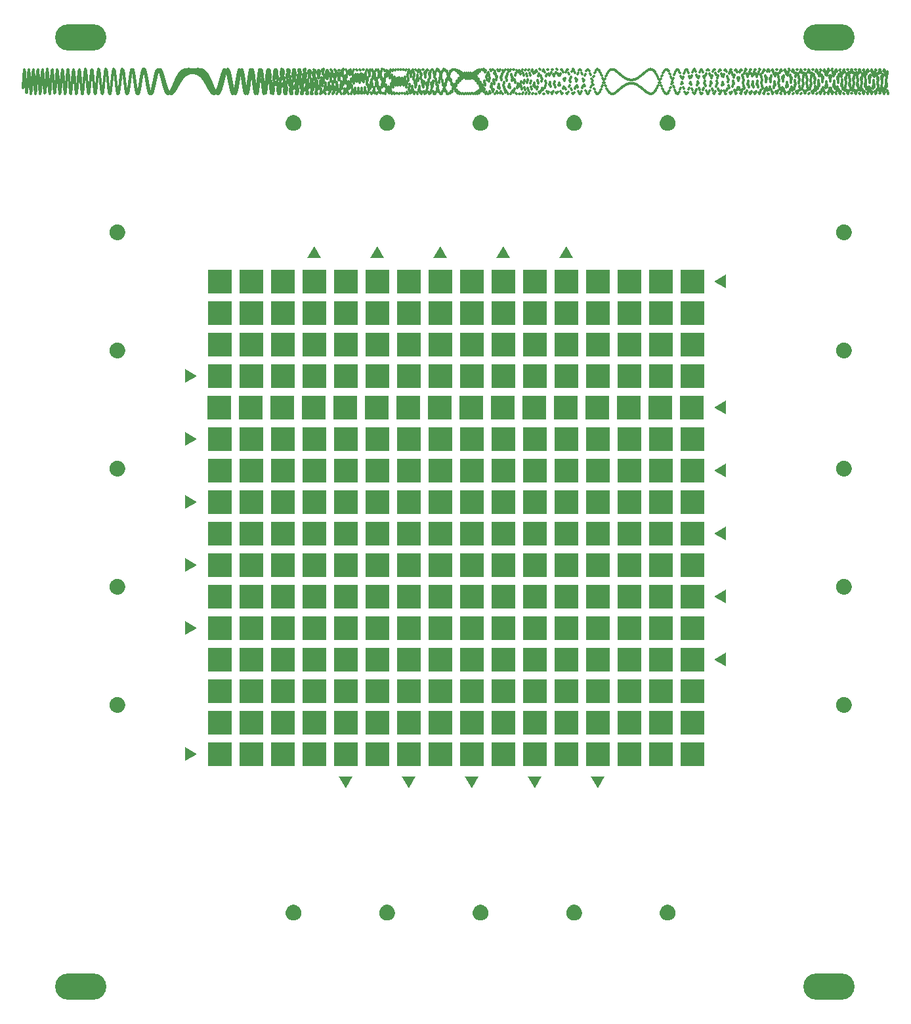
<source format=gts>
G04 Layer: TopSolderMaskLayer*
G04 EasyEDA v6.5.29, 2023-07-19 21:34:44*
G04 25dd6f9caf2f465b81daf7de5460995f,5a6b42c53f6a479593ecc07194224c93,10*
G04 Gerber Generator version 0.2*
G04 Scale: 100 percent, Rotated: No, Reflected: No *
G04 Dimensions in millimeters *
G04 leading zeros omitted , absolute positions ,4 integer and 5 decimal *
%FSLAX45Y45*%
%MOMM*%

%ADD10C,0.3556*%
%ADD11O,6.6032126X3.4031936000000003*%

%LPD*%
G36*
X2082800Y8293100D02*
G01*
X2082800Y8115300D01*
X2235200Y8204200D01*
G37*
G36*
X2082800Y7480300D02*
G01*
X2082800Y7302500D01*
X2235200Y7391400D01*
G37*
G36*
X2082800Y6667500D02*
G01*
X2082800Y6489700D01*
X2235200Y6578600D01*
G37*
G36*
X2082800Y5854700D02*
G01*
X2082800Y5676900D01*
X2235200Y5765800D01*
G37*
G36*
X2082800Y5041900D02*
G01*
X2082800Y4864100D01*
X2235200Y4953000D01*
G37*
G36*
X9061399Y4635500D02*
G01*
X8908999Y4546600D01*
X9061399Y4457700D01*
G37*
G36*
X9061399Y5448300D02*
G01*
X8908999Y5359400D01*
X9061399Y5270500D01*
G37*
G36*
X9061399Y6261100D02*
G01*
X8908999Y6172200D01*
X9061399Y6083300D01*
G37*
G36*
X9061399Y7073900D02*
G01*
X8908999Y6985000D01*
X9061399Y6896100D01*
G37*
G36*
X9061399Y7886700D02*
G01*
X8908999Y7797800D01*
X9061399Y7708900D01*
G37*
G36*
X3746500Y9874300D02*
G01*
X3657600Y9721900D01*
X3835400Y9721900D01*
G37*
G36*
X4559300Y9874300D02*
G01*
X4470400Y9721900D01*
X4648200Y9721900D01*
G37*
G36*
X5372100Y9874300D02*
G01*
X5283200Y9721900D01*
X5461000Y9721900D01*
G37*
G36*
X6184900Y9874300D02*
G01*
X6096000Y9721900D01*
X6273800Y9721900D01*
G37*
G36*
X6997700Y9874300D02*
G01*
X6908800Y9721900D01*
X7086600Y9721900D01*
G37*
G36*
X7315200Y3035300D02*
G01*
X7404100Y2882900D01*
X7493000Y3035300D01*
G37*
G36*
X6502400Y3035300D02*
G01*
X6591300Y2882900D01*
X6680200Y3035300D01*
G37*
G36*
X5689600Y3035300D02*
G01*
X5778500Y2882900D01*
X5867400Y3035300D01*
G37*
G36*
X4876800Y3035300D02*
G01*
X4965700Y2882900D01*
X5054600Y3035300D01*
G37*
G36*
X4064000Y3035300D02*
G01*
X4152900Y2882900D01*
X4241800Y3035300D01*
G37*
G36*
X9061399Y9512300D02*
G01*
X8908999Y9423400D01*
X9061399Y9334500D01*
G37*
G36*
X2082800Y3416300D02*
G01*
X2082800Y3238500D01*
X2235200Y3327400D01*
G37*
G36*
X10579100Y10160000D02*
G01*
X10570006Y10159593D01*
X10560964Y10158374D01*
X10552074Y10156342D01*
X10543387Y10153497D01*
X10535005Y10149941D01*
X10526979Y10145623D01*
X10519359Y10140594D01*
X10512247Y10134904D01*
X10505643Y10128605D01*
X10499648Y10121747D01*
X10494314Y10114381D01*
X10489641Y10106558D01*
X10485678Y10098328D01*
X10482478Y10089794D01*
X10480040Y10081006D01*
X10478414Y10072014D01*
X10477601Y10062972D01*
X10477601Y10053828D01*
X10478414Y10044785D01*
X10480040Y10035794D01*
X10482478Y10027005D01*
X10485678Y10018471D01*
X10489641Y10010241D01*
X10494314Y10002418D01*
X10499648Y9995052D01*
X10505643Y9988194D01*
X10512247Y9981895D01*
X10519359Y9976205D01*
X10526979Y9971176D01*
X10535005Y9966858D01*
X10543387Y9963302D01*
X10552074Y9960457D01*
X10560964Y9958425D01*
X10570006Y9957206D01*
X10579100Y9956800D01*
X10588193Y9957206D01*
X10597235Y9958425D01*
X10606125Y9960457D01*
X10614812Y9963302D01*
X10623194Y9966858D01*
X10631220Y9971176D01*
X10638840Y9976205D01*
X10645952Y9981895D01*
X10652556Y9988194D01*
X10658551Y9995052D01*
X10663885Y10002418D01*
X10668558Y10010241D01*
X10672521Y10018471D01*
X10675721Y10027005D01*
X10678160Y10035794D01*
X10679785Y10044785D01*
X10680598Y10053828D01*
X10680598Y10062972D01*
X10679785Y10072014D01*
X10678160Y10081006D01*
X10675721Y10089794D01*
X10672521Y10098328D01*
X10668558Y10106558D01*
X10663885Y10114381D01*
X10658551Y10121747D01*
X10652556Y10128605D01*
X10645952Y10134904D01*
X10638840Y10140594D01*
X10631220Y10145623D01*
X10623194Y10149941D01*
X10614812Y10153497D01*
X10606125Y10156342D01*
X10597235Y10158374D01*
X10588193Y10159593D01*
G37*
G36*
X10579100Y8636000D02*
G01*
X10570006Y8635593D01*
X10560964Y8634374D01*
X10552074Y8632342D01*
X10543387Y8629497D01*
X10535005Y8625941D01*
X10526979Y8621623D01*
X10519359Y8616594D01*
X10512247Y8610904D01*
X10505643Y8604605D01*
X10499648Y8597747D01*
X10494314Y8590381D01*
X10489641Y8582558D01*
X10485678Y8574328D01*
X10482478Y8565794D01*
X10480040Y8557006D01*
X10478414Y8548014D01*
X10477601Y8538972D01*
X10477601Y8529828D01*
X10478414Y8520785D01*
X10480040Y8511794D01*
X10482478Y8503005D01*
X10485678Y8494471D01*
X10489641Y8486241D01*
X10494314Y8478418D01*
X10499648Y8471052D01*
X10505643Y8464194D01*
X10512247Y8457895D01*
X10519359Y8452205D01*
X10526979Y8447176D01*
X10535005Y8442858D01*
X10543387Y8439302D01*
X10552074Y8436457D01*
X10560964Y8434425D01*
X10570006Y8433206D01*
X10579100Y8432800D01*
X10588193Y8433206D01*
X10597235Y8434425D01*
X10606125Y8436457D01*
X10614812Y8439302D01*
X10623194Y8442858D01*
X10631220Y8447176D01*
X10638840Y8452205D01*
X10645952Y8457895D01*
X10652556Y8464194D01*
X10658551Y8471052D01*
X10663885Y8478418D01*
X10668558Y8486241D01*
X10672521Y8494471D01*
X10675721Y8503005D01*
X10678160Y8511794D01*
X10679785Y8520785D01*
X10680598Y8529828D01*
X10680598Y8538972D01*
X10679785Y8548014D01*
X10678160Y8557006D01*
X10675721Y8565794D01*
X10672521Y8574328D01*
X10668558Y8582558D01*
X10663885Y8590381D01*
X10658551Y8597747D01*
X10652556Y8604605D01*
X10645952Y8610904D01*
X10638840Y8616594D01*
X10631220Y8621623D01*
X10623194Y8625941D01*
X10614812Y8629497D01*
X10606125Y8632342D01*
X10597235Y8634374D01*
X10588193Y8635593D01*
G37*
G36*
X10579100Y7112000D02*
G01*
X10570006Y7111593D01*
X10560964Y7110374D01*
X10552074Y7108342D01*
X10543387Y7105497D01*
X10535005Y7101941D01*
X10526979Y7097623D01*
X10519359Y7092594D01*
X10512247Y7086904D01*
X10505643Y7080605D01*
X10499648Y7073747D01*
X10494314Y7066381D01*
X10489641Y7058558D01*
X10485678Y7050328D01*
X10482478Y7041794D01*
X10480040Y7033006D01*
X10478414Y7024014D01*
X10477601Y7014972D01*
X10477601Y7005828D01*
X10478414Y6996785D01*
X10480040Y6987794D01*
X10482478Y6979005D01*
X10485678Y6970471D01*
X10489641Y6962241D01*
X10494314Y6954418D01*
X10499648Y6947052D01*
X10505643Y6940194D01*
X10512247Y6933895D01*
X10519359Y6928205D01*
X10526979Y6923176D01*
X10535005Y6918858D01*
X10543387Y6915302D01*
X10552074Y6912457D01*
X10560964Y6910425D01*
X10570006Y6909206D01*
X10579100Y6908800D01*
X10588193Y6909206D01*
X10597235Y6910425D01*
X10606125Y6912457D01*
X10614812Y6915302D01*
X10623194Y6918858D01*
X10631220Y6923176D01*
X10638840Y6928205D01*
X10645952Y6933895D01*
X10652556Y6940194D01*
X10658551Y6947052D01*
X10663885Y6954418D01*
X10668558Y6962241D01*
X10672521Y6970471D01*
X10675721Y6979005D01*
X10678160Y6987794D01*
X10679785Y6996785D01*
X10680598Y7005828D01*
X10680598Y7014972D01*
X10679785Y7024014D01*
X10678160Y7033006D01*
X10675721Y7041794D01*
X10672521Y7050328D01*
X10668558Y7058558D01*
X10663885Y7066381D01*
X10658551Y7073747D01*
X10652556Y7080605D01*
X10645952Y7086904D01*
X10638840Y7092594D01*
X10631220Y7097623D01*
X10623194Y7101941D01*
X10614812Y7105497D01*
X10606125Y7108342D01*
X10597235Y7110374D01*
X10588193Y7111593D01*
G37*
G36*
X10579100Y5588000D02*
G01*
X10570006Y5587593D01*
X10560964Y5586374D01*
X10552074Y5584342D01*
X10543387Y5581497D01*
X10535005Y5577941D01*
X10526979Y5573623D01*
X10519359Y5568594D01*
X10512247Y5562904D01*
X10505643Y5556605D01*
X10499648Y5549747D01*
X10494314Y5542381D01*
X10489641Y5534558D01*
X10485678Y5526328D01*
X10482478Y5517794D01*
X10480040Y5509006D01*
X10478414Y5500014D01*
X10477601Y5490972D01*
X10477601Y5481828D01*
X10478414Y5472785D01*
X10480040Y5463794D01*
X10482478Y5455005D01*
X10485678Y5446471D01*
X10489641Y5438241D01*
X10494314Y5430418D01*
X10499648Y5423052D01*
X10505643Y5416194D01*
X10512247Y5409895D01*
X10519359Y5404205D01*
X10526979Y5399176D01*
X10535005Y5394858D01*
X10543387Y5391302D01*
X10552074Y5388457D01*
X10560964Y5386425D01*
X10570006Y5385206D01*
X10579100Y5384800D01*
X10588193Y5385206D01*
X10597235Y5386425D01*
X10606125Y5388457D01*
X10614812Y5391302D01*
X10623194Y5394858D01*
X10631220Y5399176D01*
X10638840Y5404205D01*
X10645952Y5409895D01*
X10652556Y5416194D01*
X10658551Y5423052D01*
X10663885Y5430418D01*
X10668558Y5438241D01*
X10672521Y5446471D01*
X10675721Y5455005D01*
X10678160Y5463794D01*
X10679785Y5472785D01*
X10680598Y5481828D01*
X10680598Y5490972D01*
X10679785Y5500014D01*
X10678160Y5509006D01*
X10675721Y5517794D01*
X10672521Y5526328D01*
X10668558Y5534558D01*
X10663885Y5542381D01*
X10658551Y5549747D01*
X10652556Y5556605D01*
X10645952Y5562904D01*
X10638840Y5568594D01*
X10631220Y5573623D01*
X10623194Y5577941D01*
X10614812Y5581497D01*
X10606125Y5584342D01*
X10597235Y5586374D01*
X10588193Y5587593D01*
G37*
G36*
X10579100Y4064000D02*
G01*
X10570006Y4063593D01*
X10560964Y4062374D01*
X10552074Y4060342D01*
X10543387Y4057497D01*
X10535005Y4053941D01*
X10526979Y4049623D01*
X10519359Y4044594D01*
X10512247Y4038904D01*
X10505643Y4032605D01*
X10499648Y4025747D01*
X10494314Y4018381D01*
X10489641Y4010558D01*
X10485678Y4002328D01*
X10482478Y3993794D01*
X10480040Y3985006D01*
X10478414Y3976014D01*
X10477601Y3966972D01*
X10477601Y3957828D01*
X10478414Y3948785D01*
X10480040Y3939794D01*
X10482478Y3931005D01*
X10485678Y3922471D01*
X10489641Y3914241D01*
X10494314Y3906418D01*
X10499648Y3899052D01*
X10505643Y3892194D01*
X10512247Y3885895D01*
X10519359Y3880205D01*
X10526979Y3875176D01*
X10535005Y3870858D01*
X10543387Y3867302D01*
X10552074Y3864457D01*
X10560964Y3862425D01*
X10570006Y3861206D01*
X10579100Y3860800D01*
X10588193Y3861206D01*
X10597235Y3862425D01*
X10606125Y3864457D01*
X10614812Y3867302D01*
X10623194Y3870858D01*
X10631220Y3875176D01*
X10638840Y3880205D01*
X10645952Y3885895D01*
X10652556Y3892194D01*
X10658551Y3899052D01*
X10663885Y3906418D01*
X10668558Y3914241D01*
X10672521Y3922471D01*
X10675721Y3931005D01*
X10678160Y3939794D01*
X10679785Y3948785D01*
X10680598Y3957828D01*
X10680598Y3966972D01*
X10679785Y3976014D01*
X10678160Y3985006D01*
X10675721Y3993794D01*
X10672521Y4002328D01*
X10668558Y4010558D01*
X10663885Y4018381D01*
X10658551Y4025747D01*
X10652556Y4032605D01*
X10645952Y4038904D01*
X10638840Y4044594D01*
X10631220Y4049623D01*
X10623194Y4053941D01*
X10614812Y4057497D01*
X10606125Y4060342D01*
X10597235Y4062374D01*
X10588193Y4063593D01*
G37*
G36*
X1206500Y10160000D02*
G01*
X1197406Y10159593D01*
X1188364Y10158374D01*
X1179474Y10156342D01*
X1170787Y10153497D01*
X1162405Y10149941D01*
X1154379Y10145623D01*
X1146759Y10140594D01*
X1139647Y10134904D01*
X1133043Y10128605D01*
X1127048Y10121747D01*
X1121714Y10114381D01*
X1117041Y10106558D01*
X1113078Y10098328D01*
X1109878Y10089794D01*
X1107440Y10081006D01*
X1105814Y10072014D01*
X1105001Y10062972D01*
X1105001Y10053828D01*
X1105814Y10044785D01*
X1107440Y10035794D01*
X1109878Y10027005D01*
X1113078Y10018471D01*
X1117041Y10010241D01*
X1121714Y10002418D01*
X1127048Y9995052D01*
X1133043Y9988194D01*
X1139647Y9981895D01*
X1146759Y9976205D01*
X1154379Y9971176D01*
X1162405Y9966858D01*
X1170787Y9963302D01*
X1179474Y9960457D01*
X1188364Y9958425D01*
X1197406Y9957206D01*
X1206500Y9956800D01*
X1215593Y9957206D01*
X1224635Y9958425D01*
X1233525Y9960457D01*
X1242212Y9963302D01*
X1250594Y9966858D01*
X1258620Y9971176D01*
X1266240Y9976205D01*
X1273352Y9981895D01*
X1279956Y9988194D01*
X1285951Y9995052D01*
X1291285Y10002418D01*
X1295958Y10010241D01*
X1299921Y10018471D01*
X1303121Y10027005D01*
X1305560Y10035794D01*
X1307185Y10044785D01*
X1307998Y10053828D01*
X1307998Y10062972D01*
X1307185Y10072014D01*
X1305560Y10081006D01*
X1303121Y10089794D01*
X1299921Y10098328D01*
X1295958Y10106558D01*
X1291285Y10114381D01*
X1285951Y10121747D01*
X1279956Y10128605D01*
X1273352Y10134904D01*
X1266240Y10140594D01*
X1258620Y10145623D01*
X1250594Y10149941D01*
X1242212Y10153497D01*
X1233525Y10156342D01*
X1224635Y10158374D01*
X1215593Y10159593D01*
G37*
G36*
X1206500Y8636000D02*
G01*
X1197406Y8635593D01*
X1188364Y8634374D01*
X1179474Y8632342D01*
X1170787Y8629497D01*
X1162405Y8625941D01*
X1154379Y8621623D01*
X1146759Y8616594D01*
X1139647Y8610904D01*
X1133043Y8604605D01*
X1127048Y8597747D01*
X1121714Y8590381D01*
X1117041Y8582558D01*
X1113078Y8574328D01*
X1109878Y8565794D01*
X1107440Y8557006D01*
X1105814Y8548014D01*
X1105001Y8538972D01*
X1105001Y8529828D01*
X1105814Y8520785D01*
X1107440Y8511794D01*
X1109878Y8503005D01*
X1113078Y8494471D01*
X1117041Y8486241D01*
X1121714Y8478418D01*
X1127048Y8471052D01*
X1133043Y8464194D01*
X1139647Y8457895D01*
X1146759Y8452205D01*
X1154379Y8447176D01*
X1162405Y8442858D01*
X1170787Y8439302D01*
X1179474Y8436457D01*
X1188364Y8434425D01*
X1197406Y8433206D01*
X1206500Y8432800D01*
X1215593Y8433206D01*
X1224635Y8434425D01*
X1233525Y8436457D01*
X1242212Y8439302D01*
X1250594Y8442858D01*
X1258620Y8447176D01*
X1266240Y8452205D01*
X1273352Y8457895D01*
X1279956Y8464194D01*
X1285951Y8471052D01*
X1291285Y8478418D01*
X1295958Y8486241D01*
X1299921Y8494471D01*
X1303121Y8503005D01*
X1305560Y8511794D01*
X1307185Y8520785D01*
X1307998Y8529828D01*
X1307998Y8538972D01*
X1307185Y8548014D01*
X1305560Y8557006D01*
X1303121Y8565794D01*
X1299921Y8574328D01*
X1295958Y8582558D01*
X1291285Y8590381D01*
X1285951Y8597747D01*
X1279956Y8604605D01*
X1273352Y8610904D01*
X1266240Y8616594D01*
X1258620Y8621623D01*
X1250594Y8625941D01*
X1242212Y8629497D01*
X1233525Y8632342D01*
X1224635Y8634374D01*
X1215593Y8635593D01*
G37*
G36*
X1206500Y7112000D02*
G01*
X1197406Y7111593D01*
X1188364Y7110374D01*
X1179474Y7108342D01*
X1170787Y7105497D01*
X1162405Y7101941D01*
X1154379Y7097623D01*
X1146759Y7092594D01*
X1139647Y7086904D01*
X1133043Y7080605D01*
X1127048Y7073747D01*
X1121714Y7066381D01*
X1117041Y7058558D01*
X1113078Y7050328D01*
X1109878Y7041794D01*
X1107440Y7033006D01*
X1105814Y7024014D01*
X1105001Y7014972D01*
X1105001Y7005828D01*
X1105814Y6996785D01*
X1107440Y6987794D01*
X1109878Y6979005D01*
X1113078Y6970471D01*
X1117041Y6962241D01*
X1121714Y6954418D01*
X1127048Y6947052D01*
X1133043Y6940194D01*
X1139647Y6933895D01*
X1146759Y6928205D01*
X1154379Y6923176D01*
X1162405Y6918858D01*
X1170787Y6915302D01*
X1179474Y6912457D01*
X1188364Y6910425D01*
X1197406Y6909206D01*
X1206500Y6908800D01*
X1215593Y6909206D01*
X1224635Y6910425D01*
X1233525Y6912457D01*
X1242212Y6915302D01*
X1250594Y6918858D01*
X1258620Y6923176D01*
X1266240Y6928205D01*
X1273352Y6933895D01*
X1279956Y6940194D01*
X1285951Y6947052D01*
X1291285Y6954418D01*
X1295958Y6962241D01*
X1299921Y6970471D01*
X1303121Y6979005D01*
X1305560Y6987794D01*
X1307185Y6996785D01*
X1307998Y7005828D01*
X1307998Y7014972D01*
X1307185Y7024014D01*
X1305560Y7033006D01*
X1303121Y7041794D01*
X1299921Y7050328D01*
X1295958Y7058558D01*
X1291285Y7066381D01*
X1285951Y7073747D01*
X1279956Y7080605D01*
X1273352Y7086904D01*
X1266240Y7092594D01*
X1258620Y7097623D01*
X1250594Y7101941D01*
X1242212Y7105497D01*
X1233525Y7108342D01*
X1224635Y7110374D01*
X1215593Y7111593D01*
G37*
G36*
X1206500Y5588000D02*
G01*
X1197406Y5587593D01*
X1188364Y5586374D01*
X1179474Y5584342D01*
X1170787Y5581497D01*
X1162405Y5577941D01*
X1154379Y5573623D01*
X1146759Y5568594D01*
X1139647Y5562904D01*
X1133043Y5556605D01*
X1127048Y5549747D01*
X1121714Y5542381D01*
X1117041Y5534558D01*
X1113078Y5526328D01*
X1109878Y5517794D01*
X1107440Y5509006D01*
X1105814Y5500014D01*
X1105001Y5490972D01*
X1105001Y5481828D01*
X1105814Y5472785D01*
X1107440Y5463794D01*
X1109878Y5455005D01*
X1113078Y5446471D01*
X1117041Y5438241D01*
X1121714Y5430418D01*
X1127048Y5423052D01*
X1133043Y5416194D01*
X1139647Y5409895D01*
X1146759Y5404205D01*
X1154379Y5399176D01*
X1162405Y5394858D01*
X1170787Y5391302D01*
X1179474Y5388457D01*
X1188364Y5386425D01*
X1197406Y5385206D01*
X1206500Y5384800D01*
X1215593Y5385206D01*
X1224635Y5386425D01*
X1233525Y5388457D01*
X1242212Y5391302D01*
X1250594Y5394858D01*
X1258620Y5399176D01*
X1266240Y5404205D01*
X1273352Y5409895D01*
X1279956Y5416194D01*
X1285951Y5423052D01*
X1291285Y5430418D01*
X1295958Y5438241D01*
X1299921Y5446471D01*
X1303121Y5455005D01*
X1305560Y5463794D01*
X1307185Y5472785D01*
X1307998Y5481828D01*
X1307998Y5490972D01*
X1307185Y5500014D01*
X1305560Y5509006D01*
X1303121Y5517794D01*
X1299921Y5526328D01*
X1295958Y5534558D01*
X1291285Y5542381D01*
X1285951Y5549747D01*
X1279956Y5556605D01*
X1273352Y5562904D01*
X1266240Y5568594D01*
X1258620Y5573623D01*
X1250594Y5577941D01*
X1242212Y5581497D01*
X1233525Y5584342D01*
X1224635Y5586374D01*
X1215593Y5587593D01*
G37*
G36*
X1206500Y4064000D02*
G01*
X1197406Y4063593D01*
X1188364Y4062374D01*
X1179474Y4060342D01*
X1170787Y4057497D01*
X1162405Y4053941D01*
X1154379Y4049623D01*
X1146759Y4044594D01*
X1139647Y4038904D01*
X1133043Y4032605D01*
X1127048Y4025747D01*
X1121714Y4018381D01*
X1117041Y4010558D01*
X1113078Y4002328D01*
X1109878Y3993794D01*
X1107440Y3985006D01*
X1105814Y3976014D01*
X1105001Y3966972D01*
X1105001Y3957828D01*
X1105814Y3948785D01*
X1107440Y3939794D01*
X1109878Y3931005D01*
X1113078Y3922471D01*
X1117041Y3914241D01*
X1121714Y3906418D01*
X1127048Y3899052D01*
X1133043Y3892194D01*
X1139647Y3885895D01*
X1146759Y3880205D01*
X1154379Y3875176D01*
X1162405Y3870858D01*
X1170787Y3867302D01*
X1179474Y3864457D01*
X1188364Y3862425D01*
X1197406Y3861206D01*
X1206500Y3860800D01*
X1215593Y3861206D01*
X1224635Y3862425D01*
X1233525Y3864457D01*
X1242212Y3867302D01*
X1250594Y3870858D01*
X1258620Y3875176D01*
X1266240Y3880205D01*
X1273352Y3885895D01*
X1279956Y3892194D01*
X1285951Y3899052D01*
X1291285Y3906418D01*
X1295958Y3914241D01*
X1299921Y3922471D01*
X1303121Y3931005D01*
X1305560Y3939794D01*
X1307185Y3948785D01*
X1307998Y3957828D01*
X1307998Y3966972D01*
X1307185Y3976014D01*
X1305560Y3985006D01*
X1303121Y3993794D01*
X1299921Y4002328D01*
X1295958Y4010558D01*
X1291285Y4018381D01*
X1285951Y4025747D01*
X1279956Y4032605D01*
X1273352Y4038904D01*
X1266240Y4044594D01*
X1258620Y4049623D01*
X1250594Y4053941D01*
X1242212Y4057497D01*
X1233525Y4060342D01*
X1224635Y4062374D01*
X1215593Y4063593D01*
G37*
G36*
X3479800Y1384300D02*
G01*
X3470706Y1383893D01*
X3461664Y1382674D01*
X3452774Y1380642D01*
X3444087Y1377797D01*
X3435705Y1374241D01*
X3427679Y1369923D01*
X3420059Y1364894D01*
X3412947Y1359204D01*
X3406343Y1352905D01*
X3400348Y1346047D01*
X3395014Y1338681D01*
X3390341Y1330858D01*
X3386378Y1322628D01*
X3383178Y1314094D01*
X3380740Y1305306D01*
X3379114Y1296314D01*
X3378301Y1287272D01*
X3378301Y1278128D01*
X3379114Y1269085D01*
X3380740Y1260094D01*
X3383178Y1251305D01*
X3386378Y1242771D01*
X3390341Y1234541D01*
X3395014Y1226718D01*
X3400348Y1219352D01*
X3406343Y1212494D01*
X3412947Y1206195D01*
X3420059Y1200505D01*
X3427679Y1195476D01*
X3435705Y1191158D01*
X3444087Y1187602D01*
X3452774Y1184757D01*
X3461664Y1182725D01*
X3470706Y1181506D01*
X3479800Y1181100D01*
X3488893Y1181506D01*
X3497935Y1182725D01*
X3506825Y1184757D01*
X3515512Y1187602D01*
X3523894Y1191158D01*
X3531920Y1195476D01*
X3539540Y1200505D01*
X3546652Y1206195D01*
X3553256Y1212494D01*
X3559251Y1219352D01*
X3564585Y1226718D01*
X3569258Y1234541D01*
X3573221Y1242771D01*
X3576421Y1251305D01*
X3578860Y1260094D01*
X3580485Y1269085D01*
X3581298Y1278128D01*
X3581298Y1287272D01*
X3580485Y1296314D01*
X3578860Y1305306D01*
X3576421Y1314094D01*
X3573221Y1322628D01*
X3569258Y1330858D01*
X3564585Y1338681D01*
X3559251Y1346047D01*
X3553256Y1352905D01*
X3546652Y1359204D01*
X3539540Y1364894D01*
X3531920Y1369923D01*
X3523894Y1374241D01*
X3515512Y1377797D01*
X3506825Y1380642D01*
X3497935Y1382674D01*
X3488893Y1383893D01*
G37*
G36*
X4686300Y1384300D02*
G01*
X4677206Y1383893D01*
X4668164Y1382674D01*
X4659274Y1380642D01*
X4650587Y1377797D01*
X4642205Y1374241D01*
X4634179Y1369923D01*
X4626559Y1364894D01*
X4619447Y1359204D01*
X4612843Y1352905D01*
X4606848Y1346047D01*
X4601514Y1338681D01*
X4596841Y1330858D01*
X4592878Y1322628D01*
X4589678Y1314094D01*
X4587240Y1305306D01*
X4585614Y1296314D01*
X4584801Y1287272D01*
X4584801Y1278128D01*
X4585614Y1269085D01*
X4587240Y1260094D01*
X4589678Y1251305D01*
X4592878Y1242771D01*
X4596841Y1234541D01*
X4601514Y1226718D01*
X4606848Y1219352D01*
X4612843Y1212494D01*
X4619447Y1206195D01*
X4626559Y1200505D01*
X4634179Y1195476D01*
X4642205Y1191158D01*
X4650587Y1187602D01*
X4659274Y1184757D01*
X4668164Y1182725D01*
X4677206Y1181506D01*
X4686300Y1181100D01*
X4695393Y1181506D01*
X4704435Y1182725D01*
X4713325Y1184757D01*
X4722012Y1187602D01*
X4730394Y1191158D01*
X4738420Y1195476D01*
X4746040Y1200505D01*
X4753152Y1206195D01*
X4759756Y1212494D01*
X4765751Y1219352D01*
X4771085Y1226718D01*
X4775758Y1234541D01*
X4779721Y1242771D01*
X4782921Y1251305D01*
X4785360Y1260094D01*
X4786985Y1269085D01*
X4787798Y1278128D01*
X4787798Y1287272D01*
X4786985Y1296314D01*
X4785360Y1305306D01*
X4782921Y1314094D01*
X4779721Y1322628D01*
X4775758Y1330858D01*
X4771085Y1338681D01*
X4765751Y1346047D01*
X4759756Y1352905D01*
X4753152Y1359204D01*
X4746040Y1364894D01*
X4738420Y1369923D01*
X4730394Y1374241D01*
X4722012Y1377797D01*
X4713325Y1380642D01*
X4704435Y1382674D01*
X4695393Y1383893D01*
G37*
G36*
X5892800Y1384300D02*
G01*
X5883706Y1383893D01*
X5874664Y1382674D01*
X5865774Y1380642D01*
X5857087Y1377797D01*
X5848705Y1374241D01*
X5840679Y1369923D01*
X5833059Y1364894D01*
X5825947Y1359204D01*
X5819343Y1352905D01*
X5813348Y1346047D01*
X5808014Y1338681D01*
X5803341Y1330858D01*
X5799378Y1322628D01*
X5796178Y1314094D01*
X5793740Y1305306D01*
X5792114Y1296314D01*
X5791301Y1287272D01*
X5791301Y1278128D01*
X5792114Y1269085D01*
X5793740Y1260094D01*
X5796178Y1251305D01*
X5799378Y1242771D01*
X5803341Y1234541D01*
X5808014Y1226718D01*
X5813348Y1219352D01*
X5819343Y1212494D01*
X5825947Y1206195D01*
X5833059Y1200505D01*
X5840679Y1195476D01*
X5848705Y1191158D01*
X5857087Y1187602D01*
X5865774Y1184757D01*
X5874664Y1182725D01*
X5883706Y1181506D01*
X5892800Y1181100D01*
X5901893Y1181506D01*
X5910935Y1182725D01*
X5919825Y1184757D01*
X5928512Y1187602D01*
X5936894Y1191158D01*
X5944920Y1195476D01*
X5952540Y1200505D01*
X5959652Y1206195D01*
X5966256Y1212494D01*
X5972251Y1219352D01*
X5977585Y1226718D01*
X5982258Y1234541D01*
X5986221Y1242771D01*
X5989421Y1251305D01*
X5991860Y1260094D01*
X5993485Y1269085D01*
X5994298Y1278128D01*
X5994298Y1287272D01*
X5993485Y1296314D01*
X5991860Y1305306D01*
X5989421Y1314094D01*
X5986221Y1322628D01*
X5982258Y1330858D01*
X5977585Y1338681D01*
X5972251Y1346047D01*
X5966256Y1352905D01*
X5959652Y1359204D01*
X5952540Y1364894D01*
X5944920Y1369923D01*
X5936894Y1374241D01*
X5928512Y1377797D01*
X5919825Y1380642D01*
X5910935Y1382674D01*
X5901893Y1383893D01*
G37*
G36*
X7099300Y1384300D02*
G01*
X7090206Y1383893D01*
X7081164Y1382674D01*
X7072274Y1380642D01*
X7063587Y1377797D01*
X7055205Y1374241D01*
X7047179Y1369923D01*
X7039559Y1364894D01*
X7032447Y1359204D01*
X7025843Y1352905D01*
X7019848Y1346047D01*
X7014514Y1338681D01*
X7009841Y1330858D01*
X7005878Y1322628D01*
X7002678Y1314094D01*
X7000240Y1305306D01*
X6998614Y1296314D01*
X6997801Y1287272D01*
X6997801Y1278128D01*
X6998614Y1269085D01*
X7000240Y1260094D01*
X7002678Y1251305D01*
X7005878Y1242771D01*
X7009841Y1234541D01*
X7014514Y1226718D01*
X7019848Y1219352D01*
X7025843Y1212494D01*
X7032447Y1206195D01*
X7039559Y1200505D01*
X7047179Y1195476D01*
X7055205Y1191158D01*
X7063587Y1187602D01*
X7072274Y1184757D01*
X7081164Y1182725D01*
X7090206Y1181506D01*
X7099300Y1181100D01*
X7108393Y1181506D01*
X7117435Y1182725D01*
X7126325Y1184757D01*
X7135012Y1187602D01*
X7143394Y1191158D01*
X7151420Y1195476D01*
X7159040Y1200505D01*
X7166152Y1206195D01*
X7172756Y1212494D01*
X7178751Y1219352D01*
X7184085Y1226718D01*
X7188758Y1234541D01*
X7192721Y1242771D01*
X7195921Y1251305D01*
X7198359Y1260094D01*
X7199985Y1269085D01*
X7200798Y1278128D01*
X7200798Y1287272D01*
X7199985Y1296314D01*
X7198359Y1305306D01*
X7195921Y1314094D01*
X7192721Y1322628D01*
X7188758Y1330858D01*
X7184085Y1338681D01*
X7178751Y1346047D01*
X7172756Y1352905D01*
X7166152Y1359204D01*
X7159040Y1364894D01*
X7151420Y1369923D01*
X7143394Y1374241D01*
X7135012Y1377797D01*
X7126325Y1380642D01*
X7117435Y1382674D01*
X7108393Y1383893D01*
G37*
G36*
X8305800Y1384300D02*
G01*
X8296706Y1383893D01*
X8287664Y1382674D01*
X8278774Y1380642D01*
X8270087Y1377797D01*
X8261705Y1374241D01*
X8253679Y1369923D01*
X8246059Y1364894D01*
X8238947Y1359204D01*
X8232343Y1352905D01*
X8226348Y1346047D01*
X8221014Y1338681D01*
X8216341Y1330858D01*
X8212378Y1322628D01*
X8209178Y1314094D01*
X8206740Y1305306D01*
X8205114Y1296314D01*
X8204301Y1287272D01*
X8204301Y1278128D01*
X8205114Y1269085D01*
X8206740Y1260094D01*
X8209178Y1251305D01*
X8212378Y1242771D01*
X8216341Y1234541D01*
X8221014Y1226718D01*
X8226348Y1219352D01*
X8232343Y1212494D01*
X8238947Y1206195D01*
X8246059Y1200505D01*
X8253679Y1195476D01*
X8261705Y1191158D01*
X8270087Y1187602D01*
X8278774Y1184757D01*
X8287664Y1182725D01*
X8296706Y1181506D01*
X8305800Y1181100D01*
X8314893Y1181506D01*
X8323935Y1182725D01*
X8332825Y1184757D01*
X8341512Y1187602D01*
X8349894Y1191158D01*
X8357920Y1195476D01*
X8365540Y1200505D01*
X8372652Y1206195D01*
X8379256Y1212494D01*
X8385251Y1219352D01*
X8390585Y1226718D01*
X8395258Y1234541D01*
X8399221Y1242771D01*
X8402421Y1251305D01*
X8404860Y1260094D01*
X8406485Y1269085D01*
X8407298Y1278128D01*
X8407298Y1287272D01*
X8406485Y1296314D01*
X8404860Y1305306D01*
X8402421Y1314094D01*
X8399221Y1322628D01*
X8395258Y1330858D01*
X8390585Y1338681D01*
X8385251Y1346047D01*
X8379256Y1352905D01*
X8372652Y1359204D01*
X8365540Y1364894D01*
X8357920Y1369923D01*
X8349894Y1374241D01*
X8341512Y1377797D01*
X8332825Y1380642D01*
X8323935Y1382674D01*
X8314893Y1383893D01*
G37*
G36*
X3479800Y11569700D02*
G01*
X3470706Y11569293D01*
X3461664Y11568074D01*
X3452774Y11566042D01*
X3444087Y11563197D01*
X3435705Y11559641D01*
X3427679Y11555323D01*
X3420059Y11550294D01*
X3412947Y11544604D01*
X3406343Y11538305D01*
X3400348Y11531447D01*
X3395014Y11524081D01*
X3390341Y11516258D01*
X3386378Y11508028D01*
X3383178Y11499494D01*
X3380740Y11490706D01*
X3379114Y11481714D01*
X3378301Y11472672D01*
X3378301Y11463528D01*
X3379114Y11454485D01*
X3380740Y11445494D01*
X3383178Y11436705D01*
X3386378Y11428171D01*
X3390341Y11419941D01*
X3395014Y11412118D01*
X3400348Y11404752D01*
X3406343Y11397894D01*
X3412947Y11391595D01*
X3420059Y11385905D01*
X3427679Y11380876D01*
X3435705Y11376558D01*
X3444087Y11373002D01*
X3452774Y11370157D01*
X3461664Y11368125D01*
X3470706Y11366906D01*
X3479800Y11366500D01*
X3488893Y11366906D01*
X3497935Y11368125D01*
X3506825Y11370157D01*
X3515512Y11373002D01*
X3523894Y11376558D01*
X3531920Y11380876D01*
X3539540Y11385905D01*
X3546652Y11391595D01*
X3553256Y11397894D01*
X3559251Y11404752D01*
X3564585Y11412118D01*
X3569258Y11419941D01*
X3573221Y11428171D01*
X3576421Y11436705D01*
X3578860Y11445494D01*
X3580485Y11454485D01*
X3581298Y11463528D01*
X3581298Y11472672D01*
X3580485Y11481714D01*
X3578860Y11490706D01*
X3576421Y11499494D01*
X3573221Y11508028D01*
X3569258Y11516258D01*
X3564585Y11524081D01*
X3559251Y11531447D01*
X3553256Y11538305D01*
X3546652Y11544604D01*
X3539540Y11550294D01*
X3531920Y11555323D01*
X3523894Y11559641D01*
X3515512Y11563197D01*
X3506825Y11566042D01*
X3497935Y11568074D01*
X3488893Y11569293D01*
G37*
G36*
X4686300Y11569700D02*
G01*
X4677206Y11569293D01*
X4668164Y11568074D01*
X4659274Y11566042D01*
X4650587Y11563197D01*
X4642205Y11559641D01*
X4634179Y11555323D01*
X4626559Y11550294D01*
X4619447Y11544604D01*
X4612843Y11538305D01*
X4606848Y11531447D01*
X4601514Y11524081D01*
X4596841Y11516258D01*
X4592878Y11508028D01*
X4589678Y11499494D01*
X4587240Y11490706D01*
X4585614Y11481714D01*
X4584801Y11472672D01*
X4584801Y11463528D01*
X4585614Y11454485D01*
X4587240Y11445494D01*
X4589678Y11436705D01*
X4592878Y11428171D01*
X4596841Y11419941D01*
X4601514Y11412118D01*
X4606848Y11404752D01*
X4612843Y11397894D01*
X4619447Y11391595D01*
X4626559Y11385905D01*
X4634179Y11380876D01*
X4642205Y11376558D01*
X4650587Y11373002D01*
X4659274Y11370157D01*
X4668164Y11368125D01*
X4677206Y11366906D01*
X4686300Y11366500D01*
X4695393Y11366906D01*
X4704435Y11368125D01*
X4713325Y11370157D01*
X4722012Y11373002D01*
X4730394Y11376558D01*
X4738420Y11380876D01*
X4746040Y11385905D01*
X4753152Y11391595D01*
X4759756Y11397894D01*
X4765751Y11404752D01*
X4771085Y11412118D01*
X4775758Y11419941D01*
X4779721Y11428171D01*
X4782921Y11436705D01*
X4785360Y11445494D01*
X4786985Y11454485D01*
X4787798Y11463528D01*
X4787798Y11472672D01*
X4786985Y11481714D01*
X4785360Y11490706D01*
X4782921Y11499494D01*
X4779721Y11508028D01*
X4775758Y11516258D01*
X4771085Y11524081D01*
X4765751Y11531447D01*
X4759756Y11538305D01*
X4753152Y11544604D01*
X4746040Y11550294D01*
X4738420Y11555323D01*
X4730394Y11559641D01*
X4722012Y11563197D01*
X4713325Y11566042D01*
X4704435Y11568074D01*
X4695393Y11569293D01*
G37*
G36*
X5892800Y11569700D02*
G01*
X5883706Y11569293D01*
X5874664Y11568074D01*
X5865774Y11566042D01*
X5857087Y11563197D01*
X5848705Y11559641D01*
X5840679Y11555323D01*
X5833059Y11550294D01*
X5825947Y11544604D01*
X5819343Y11538305D01*
X5813348Y11531447D01*
X5808014Y11524081D01*
X5803341Y11516258D01*
X5799378Y11508028D01*
X5796178Y11499494D01*
X5793740Y11490706D01*
X5792114Y11481714D01*
X5791301Y11472672D01*
X5791301Y11463528D01*
X5792114Y11454485D01*
X5793740Y11445494D01*
X5796178Y11436705D01*
X5799378Y11428171D01*
X5803341Y11419941D01*
X5808014Y11412118D01*
X5813348Y11404752D01*
X5819343Y11397894D01*
X5825947Y11391595D01*
X5833059Y11385905D01*
X5840679Y11380876D01*
X5848705Y11376558D01*
X5857087Y11373002D01*
X5865774Y11370157D01*
X5874664Y11368125D01*
X5883706Y11366906D01*
X5892800Y11366500D01*
X5901893Y11366906D01*
X5910935Y11368125D01*
X5919825Y11370157D01*
X5928512Y11373002D01*
X5936894Y11376558D01*
X5944920Y11380876D01*
X5952540Y11385905D01*
X5959652Y11391595D01*
X5966256Y11397894D01*
X5972251Y11404752D01*
X5977585Y11412118D01*
X5982258Y11419941D01*
X5986221Y11428171D01*
X5989421Y11436705D01*
X5991860Y11445494D01*
X5993485Y11454485D01*
X5994298Y11463528D01*
X5994298Y11472672D01*
X5993485Y11481714D01*
X5991860Y11490706D01*
X5989421Y11499494D01*
X5986221Y11508028D01*
X5982258Y11516258D01*
X5977585Y11524081D01*
X5972251Y11531447D01*
X5966256Y11538305D01*
X5959652Y11544604D01*
X5952540Y11550294D01*
X5944920Y11555323D01*
X5936894Y11559641D01*
X5928512Y11563197D01*
X5919825Y11566042D01*
X5910935Y11568074D01*
X5901893Y11569293D01*
G37*
G36*
X7099300Y11569700D02*
G01*
X7090206Y11569293D01*
X7081164Y11568074D01*
X7072274Y11566042D01*
X7063587Y11563197D01*
X7055205Y11559641D01*
X7047179Y11555323D01*
X7039559Y11550294D01*
X7032447Y11544604D01*
X7025843Y11538305D01*
X7019848Y11531447D01*
X7014514Y11524081D01*
X7009841Y11516258D01*
X7005878Y11508028D01*
X7002678Y11499494D01*
X7000240Y11490706D01*
X6998614Y11481714D01*
X6997801Y11472672D01*
X6997801Y11463528D01*
X6998614Y11454485D01*
X7000240Y11445494D01*
X7002678Y11436705D01*
X7005878Y11428171D01*
X7009841Y11419941D01*
X7014514Y11412118D01*
X7019848Y11404752D01*
X7025843Y11397894D01*
X7032447Y11391595D01*
X7039559Y11385905D01*
X7047179Y11380876D01*
X7055205Y11376558D01*
X7063587Y11373002D01*
X7072274Y11370157D01*
X7081164Y11368125D01*
X7090206Y11366906D01*
X7099300Y11366500D01*
X7108393Y11366906D01*
X7117435Y11368125D01*
X7126325Y11370157D01*
X7135012Y11373002D01*
X7143394Y11376558D01*
X7151420Y11380876D01*
X7159040Y11385905D01*
X7166152Y11391595D01*
X7172756Y11397894D01*
X7178751Y11404752D01*
X7184085Y11412118D01*
X7188758Y11419941D01*
X7192721Y11428171D01*
X7195921Y11436705D01*
X7198359Y11445494D01*
X7199985Y11454485D01*
X7200798Y11463528D01*
X7200798Y11472672D01*
X7199985Y11481714D01*
X7198359Y11490706D01*
X7195921Y11499494D01*
X7192721Y11508028D01*
X7188758Y11516258D01*
X7184085Y11524081D01*
X7178751Y11531447D01*
X7172756Y11538305D01*
X7166152Y11544604D01*
X7159040Y11550294D01*
X7151420Y11555323D01*
X7143394Y11559641D01*
X7135012Y11563197D01*
X7126325Y11566042D01*
X7117435Y11568074D01*
X7108393Y11569293D01*
G37*
G36*
X8305800Y11569700D02*
G01*
X8296706Y11569293D01*
X8287664Y11568074D01*
X8278774Y11566042D01*
X8270087Y11563197D01*
X8261705Y11559641D01*
X8253679Y11555323D01*
X8246059Y11550294D01*
X8238947Y11544604D01*
X8232343Y11538305D01*
X8226348Y11531447D01*
X8221014Y11524081D01*
X8216341Y11516258D01*
X8212378Y11508028D01*
X8209178Y11499494D01*
X8206740Y11490706D01*
X8205114Y11481714D01*
X8204301Y11472672D01*
X8204301Y11463528D01*
X8205114Y11454485D01*
X8206740Y11445494D01*
X8209178Y11436705D01*
X8212378Y11428171D01*
X8216341Y11419941D01*
X8221014Y11412118D01*
X8226348Y11404752D01*
X8232343Y11397894D01*
X8238947Y11391595D01*
X8246059Y11385905D01*
X8253679Y11380876D01*
X8261705Y11376558D01*
X8270087Y11373002D01*
X8278774Y11370157D01*
X8287664Y11368125D01*
X8296706Y11366906D01*
X8305800Y11366500D01*
X8314893Y11366906D01*
X8323935Y11368125D01*
X8332825Y11370157D01*
X8341512Y11373002D01*
X8349894Y11376558D01*
X8357920Y11380876D01*
X8365540Y11385905D01*
X8372652Y11391595D01*
X8379256Y11397894D01*
X8385251Y11404752D01*
X8390585Y11412118D01*
X8395258Y11419941D01*
X8399221Y11428171D01*
X8402421Y11436705D01*
X8404860Y11445494D01*
X8406485Y11454485D01*
X8407298Y11463528D01*
X8407298Y11472672D01*
X8406485Y11481714D01*
X8404860Y11490706D01*
X8402421Y11499494D01*
X8399221Y11508028D01*
X8395258Y11516258D01*
X8390585Y11524081D01*
X8385251Y11531447D01*
X8379256Y11538305D01*
X8372652Y11544604D01*
X8365540Y11550294D01*
X8357920Y11555323D01*
X8349894Y11559641D01*
X8341512Y11563197D01*
X8332825Y11566042D01*
X8323935Y11568074D01*
X8314893Y11569293D01*
G37*
D10*
X11032070Y12109178D02*
G01*
X11040529Y12155840D01*
X812800Y12084850D02*
G01*
X821270Y11935414D01*
X2006600Y11979666D02*
G01*
X2015070Y12112396D01*
X313270Y12121040D02*
G01*
X321729Y11978840D01*
X11142129Y11888693D02*
G01*
X11150600Y11845142D01*
X11133670Y12049968D02*
G01*
X11142129Y12127372D01*
X11125200Y12028505D02*
G01*
X11133670Y11934893D01*
X11116729Y11905010D02*
G01*
X11125200Y11993450D01*
X11108270Y12145535D02*
G01*
X11116729Y12082518D01*
X11099800Y11842955D02*
G01*
X11108270Y11866097D01*
X11091329Y12137951D02*
G01*
X11099800Y12159940D01*
X11082870Y11918863D02*
G01*
X11091329Y11856943D01*
X11074400Y12010938D02*
G01*
X11082870Y12098256D01*
X11065929Y12067611D02*
G01*
X11074400Y11975416D01*
X11057470Y11875231D02*
G01*
X11065929Y11950600D01*
X11049000Y12158223D02*
G01*
X11057470Y12117448D01*
X11040529Y11851426D02*
G01*
X11049000Y11848020D01*
X11023600Y11962036D02*
G01*
X11032070Y11883387D01*
X11015129Y11963145D02*
G01*
X11023600Y12054817D01*
X11006670Y12108563D02*
G01*
X11015129Y12026013D01*
X10998200Y11851492D02*
G01*
X11006670Y11904979D01*
X10989729Y12158103D02*
G01*
X10998200Y12146594D01*
X10981270Y11876453D02*
G01*
X10989729Y11843288D01*
X10972800Y12064354D02*
G01*
X10981270Y12133945D01*
X10964329Y12016369D02*
G01*
X10972800Y11927550D01*
X10955870Y11912439D02*
G01*
X10964329Y11998548D01*
X10947400Y12142856D02*
G01*
X10955870Y12080745D01*
X10938929Y11842823D02*
G01*
X10947400Y11865602D01*
X10930470Y12138025D02*
G01*
X10938929Y12160138D01*
X10922000Y11921243D02*
G01*
X10930470Y11859907D01*
X10913529Y12005294D02*
G01*
X10922000Y12090361D01*
X10905070Y12075238D02*
G01*
X10913529Y11987900D01*
X10896600Y11868713D02*
G01*
X10905070Y11936288D01*
X10888129Y12159841D02*
G01*
X10896600Y12129063D01*
X10879670Y11857725D02*
G01*
X10888129Y11844027D01*
X10871200Y12094108D02*
G01*
X10879670Y12148654D01*
X10862729Y11983758D02*
G01*
X10871200Y11902429D01*
X10854270Y11939742D02*
G01*
X10862729Y12026943D01*
X10845800Y12127019D02*
G01*
X10854270Y12056343D01*
X10837329Y11844436D02*
G01*
X10845800Y11880458D01*
X10828870Y12149627D02*
G01*
X10837329Y12157435D01*
X10820400Y11900631D02*
G01*
X10828870Y11851177D01*
X10811929Y12028883D02*
G01*
X10820400Y12107014D01*
X10803470Y12054799D02*
G01*
X10811929Y11968429D01*
X10795000Y11881314D02*
G01*
X10803470Y11953384D01*
X10786529Y12157242D02*
G01*
X10795000Y12118256D01*
X10778070Y11850949D02*
G01*
X10786529Y11846763D01*
X10769600Y12107341D02*
G01*
X10778070Y12153422D01*
X10761129Y11968269D02*
G01*
X10769600Y11892569D01*
X10752670Y11953285D02*
G01*
X10761129Y12038515D01*
X10744200Y12118497D02*
G01*
X10752670Y12046303D01*
X10735729Y11846631D02*
G01*
X10744200Y11886727D01*
X10727270Y12153181D02*
G01*
X10735729Y12155693D01*
X10718800Y11893339D02*
G01*
X10727270Y11849061D01*
X10710329Y12037286D02*
G01*
X10718800Y12111360D01*
X10701870Y12047697D02*
G01*
X10710329Y11963735D01*
X10693400Y11885594D02*
G01*
X10701870Y11956956D01*
X10684929Y12156119D02*
G01*
X10693400Y12116427D01*
X10676470Y11849628D02*
G01*
X10684929Y11847141D01*
X10668000Y12109797D02*
G01*
X10676470Y12153607D01*
X10659529Y11965973D02*
G01*
X10668000Y11892805D01*
X10651070Y11954631D02*
G01*
X10659529Y12037273D01*
X10642600Y12118169D02*
G01*
X10651070Y12048411D01*
X10634129Y11846539D02*
G01*
X10642600Y11884601D01*
X10625670Y12152795D02*
G01*
X10634129Y12156592D01*
X10617200Y11894913D02*
G01*
X10625670Y11850481D01*
X10608729Y12034398D02*
G01*
X10617200Y12107204D01*
X10600270Y12051284D02*
G01*
X10608729Y11970042D01*
X10591800Y11882544D02*
G01*
X10600270Y11950062D01*
X10583329Y12157229D02*
G01*
X10591800Y12121784D01*
X10574870Y11851487D02*
G01*
X10583329Y11845343D01*
X10566400Y12104799D02*
G01*
X10574870Y12150651D01*
X10557929Y11973196D02*
G01*
X10566400Y11900377D01*
X10549470Y11947022D02*
G01*
X10557929Y12026732D01*
X10541000Y12123861D02*
G01*
X10549470Y12059140D01*
X10532529Y11844797D02*
G01*
X10541000Y11876844D01*
X10524070Y12149528D02*
G01*
X10532529Y12158786D01*
X10515600Y11902820D02*
G01*
X10524070Y11855028D01*
X10507129Y12023664D02*
G01*
X10515600Y12096663D01*
X10498670Y12061974D02*
G01*
X10507129Y11983994D01*
X10490200Y11875020D02*
G01*
X10498670Y11936481D01*
X10481729Y12159152D02*
G01*
X10490200Y12131055D01*
X10473270Y11856138D02*
G01*
X10481729Y11843301D01*
X10464800Y12094474D02*
G01*
X10473270Y12144474D01*
X10456329Y11986592D02*
G01*
X10464800Y11913430D01*
X10447870Y11934210D02*
G01*
X10456329Y12010212D01*
X10439400Y12132406D02*
G01*
X10447870Y12074580D01*
X10430929Y11843128D02*
G01*
X10439400Y11866915D01*
X10422470Y12143562D02*
G01*
X10430929Y12160199D01*
X10414000Y11915025D02*
G01*
X10422470Y11862793D01*
X10405529Y12008477D02*
G01*
X10414000Y12081657D01*
X10397070Y12075957D02*
G01*
X10405529Y12002188D01*
X10388600Y11866196D02*
G01*
X10397070Y11920159D01*
X10380129Y12160224D02*
G01*
X10388600Y12140877D01*
X10371670Y11863257D02*
G01*
X10380129Y11842843D01*
X10363200Y12081029D02*
G01*
X10371670Y12135314D01*
X10354729Y12002678D02*
G01*
X10363200Y11929727D01*
X10346270Y11919948D02*
G01*
X10354729Y11991286D01*
X10337800Y12140872D02*
G01*
X10346270Y12090864D01*
X10329329Y11842836D02*
G01*
X10337800Y11857837D01*
X10320870Y12135612D02*
G01*
X10329329Y12159548D01*
X10312400Y11928983D02*
G01*
X10320870Y11872963D01*
X10303929Y11992414D02*
G01*
X10312400Y12064850D01*
X10295470Y12089668D02*
G01*
X10303929Y12020910D01*
X10287000Y11858586D02*
G01*
X10295470Y11904736D01*
X10278529Y12159729D02*
G01*
X10287000Y12148771D01*
X10270070Y11871553D02*
G01*
X10278529Y11844535D01*
X10261600Y12067379D02*
G01*
X10270070Y12124692D01*
X10253129Y12017796D02*
G01*
X10261600Y11946161D01*
X10244670Y11907532D02*
G01*
X10253129Y11973699D01*
X10236200Y12147283D02*
G01*
X10244670Y12104725D01*
X10227729Y11843953D02*
G01*
X10236200Y11851380D01*
X10219270Y12127583D02*
G01*
X10227729Y12157080D01*
X10210800Y11941436D02*
G01*
X10219270Y11883341D01*
X10202329Y11979132D02*
G01*
X10210800Y12049714D01*
X10193870Y12100148D02*
G01*
X10202329Y12036455D01*
X10185400Y11853578D02*
G01*
X10193870Y11893016D01*
X10176929Y12158296D02*
G01*
X10185400Y12153694D01*
X10168470Y11878604D02*
G01*
X10176929Y11847352D01*
X10160000Y12057049D02*
G01*
X10168470Y12115378D01*
X10151529Y12028375D02*
G01*
X10160000Y11959015D01*
X10143070Y11899546D02*
G01*
X10151529Y11961017D01*
X10134600Y12150811D02*
G01*
X10143070Y12113846D01*
X10126129Y11845310D02*
G01*
X10134600Y11847946D01*
X10117670Y12122292D02*
G01*
X10126129Y12154451D01*
X10109200Y11948716D02*
G01*
X10117670Y11890702D01*
X10100729Y11972086D02*
G01*
X10109200Y12040108D01*
X10092270Y12105126D02*
G01*
X10100729Y12045477D01*
X10083800Y11851581D02*
G01*
X10092270Y11886882D01*
X10075329Y12157428D02*
G01*
X10083800Y12155754D01*
X10066870Y11881365D02*
G01*
X10075329Y11849216D01*
X10058400Y12053732D02*
G01*
X10066870Y12110839D01*
X10049929Y12031060D02*
G01*
X10058400Y11964428D01*
X10041470Y11898096D02*
G01*
X10049929Y11956417D01*
X10033000Y12151172D02*
G01*
X10041470Y12116592D01*
X10024529Y11845348D02*
G01*
X10033000Y11847195D01*
X10016070Y12122739D02*
G01*
X10024529Y12153856D01*
X10007600Y11947202D02*
G01*
X10016070Y11891614D01*
X9999129Y11974593D02*
G01*
X10007600Y12039785D01*
X9990670Y12102449D02*
G01*
X9999129Y12044878D01*
X9982200Y11853118D02*
G01*
X9990670Y11888005D01*
X9973729Y12158365D02*
G01*
X9982200Y12155109D01*
X9965270Y11877197D02*
G01*
X9973729Y11848231D01*
X9956800Y12060839D02*
G01*
X9965270Y12114199D01*
X9948329Y12022503D02*
G01*
X9956800Y11958835D01*
X9939870Y11905703D02*
G01*
X9948329Y11963064D01*
X9931400Y12147184D02*
G01*
X9939870Y12110925D01*
X9922929Y11843631D02*
G01*
X9931400Y11849608D01*
X9914470Y12130857D02*
G01*
X9922929Y12156437D01*
X9906000Y11933875D02*
G01*
X9914470Y11883590D01*
X9897529Y11990133D02*
G01*
X9906000Y12052033D01*
X9889070Y12088850D02*
G01*
X9897529Y12031253D01*
X9880600Y11860535D02*
G01*
X9889070Y11899193D01*
X9872129Y12160168D02*
G01*
X9880600Y12150105D01*
X9863670Y11865366D02*
G01*
X9872129Y11844553D01*
X9855200Y12080725D02*
G01*
X9863670Y12126882D01*
X9846729Y11999064D02*
G01*
X9855200Y11939419D01*
X9838270Y11926646D02*
G01*
X9846729Y11984682D01*
X9829800Y12134794D02*
G01*
X9838270Y12092868D01*
X9821329Y11843133D02*
G01*
X9829800Y11858637D01*
X9812870Y12145497D02*
G01*
X9821329Y12160013D01*
X9804400Y11907558D02*
G01*
X9812870Y11866897D01*
X9795929Y12022244D02*
G01*
X9804400Y12078754D01*
X9787470Y12058947D02*
G01*
X9795929Y12000651D01*
X9779000Y11880087D02*
G01*
X9787470Y11925858D01*
X9770529Y12157069D02*
G01*
X9779000Y12134893D01*
X9762070Y11849757D02*
G01*
X9770529Y11843171D01*
X9753600Y12112569D02*
G01*
X9762070Y12146031D01*
X9745129Y11957918D02*
G01*
X9753600Y11905940D01*
X9736670Y11967202D02*
G01*
X9745129Y12024995D01*
X9728200Y12105302D02*
G01*
X9736670Y12055624D01*
X9719729Y11853161D02*
G01*
X9728200Y11882927D01*
X9711270Y12158934D02*
G01*
X9719729Y12155965D01*
X9702800Y11872366D02*
G01*
X9711270Y11848114D01*
X9694329Y12071840D02*
G01*
X9702800Y12117313D01*
X9685870Y12006404D02*
G01*
X9694329Y11950639D01*
X9677400Y11922645D02*
G01*
X9685870Y11975528D01*
X9668929Y12135736D02*
G01*
X9677400Y12098053D01*
X9660470Y11843214D02*
G01*
X9668929Y11857111D01*
X9652000Y12147128D02*
G01*
X9660470Y12159978D01*
X9643529Y11902094D02*
G01*
X9652000Y11865744D01*
X9635070Y12031954D02*
G01*
X9643529Y12083211D01*
X9626600Y12046811D02*
G01*
X9635070Y11992513D01*
X9618129Y11890890D02*
G01*
X9626600Y11935848D01*
X9609670Y12152205D02*
G01*
X9618129Y12126650D01*
X9601200Y11844764D02*
G01*
X9609670Y11845373D01*
X9592729Y12129076D02*
G01*
X9601200Y12153272D01*
X9584270Y11931512D02*
G01*
X9592729Y11888198D01*
X9575800Y11998467D02*
G01*
X9584270Y12051078D01*
X9567329Y12076706D02*
G01*
X9575800Y12026546D01*
X9558870Y11870834D02*
G01*
X9567329Y11907553D01*
X9550400Y12158873D02*
G01*
X9558870Y12143475D01*
X9541929Y11851784D02*
G01*
X9550400Y11842755D01*
X9533470Y12111123D02*
G01*
X9541929Y12142335D01*
X9525000Y11955513D02*
G01*
X9533470Y11909107D01*
X9516529Y11974141D02*
G01*
X9525000Y12025609D01*
X9508070Y12096186D02*
G01*
X9516529Y12050674D01*
X9499600Y11859760D02*
G01*
X9508070Y11889729D01*
X9491129Y12160250D02*
G01*
X9499600Y12151946D01*
X9482670Y11859115D02*
G01*
X9491129Y11844276D01*
X9474200Y12097834D02*
G01*
X9482670Y12132437D01*
X9465729Y11971088D02*
G01*
X9474200Y11924146D01*
X9457270Y11959884D02*
G01*
X9465729Y12009338D01*
X9448800Y12106399D02*
G01*
X9457270Y12064608D01*
X9440329Y11854891D02*
G01*
X9448800Y11880601D01*
X9431870Y12159965D02*
G01*
X9440329Y12155332D01*
X9423400Y11863171D02*
G01*
X9431870Y11846054D01*
X9414929Y12092038D02*
G01*
X9423400Y12127179D01*
X9406470Y11976651D02*
G01*
X9414929Y11930694D01*
X9398000Y11955934D02*
G01*
X9406470Y12003465D01*
X9389529Y12108309D02*
G01*
X9398000Y12068553D01*
X9381070Y11854512D02*
G01*
X9389529Y11878835D01*
X9372600Y12159995D02*
G01*
X9381070Y12155617D01*
X9364129Y11862117D02*
G01*
X9372600Y11845975D01*
X9355670Y12095111D02*
G01*
X9364129Y12128400D01*
X9347200Y11971342D02*
G01*
X9355670Y11927469D01*
X9338729Y11962698D02*
G01*
X9347200Y12008718D01*
X9330270Y12101741D02*
G01*
X9338729Y12062233D01*
X9321800Y11858718D02*
G01*
X9330270Y11884441D01*
X9313329Y12160219D02*
G01*
X9321800Y12152845D01*
X9304870Y11856095D02*
G01*
X9313329Y11844027D01*
X9296400Y12107062D02*
G01*
X9304870Y12136089D01*
X9287929Y11954786D02*
G01*
X9296400Y11914299D01*
X9279470Y11981154D02*
G01*
X9287929Y12025647D01*
X9271000Y12085035D02*
G01*
X9279470Y12044530D01*
X9262529Y11869823D02*
G01*
X9271000Y11899216D01*
X9254070Y12157956D02*
G01*
X9262529Y12144672D01*
X9245600Y11847705D02*
G01*
X9254070Y11842800D01*
X9237129Y12125970D02*
G01*
X9245600Y12147941D01*
X9228670Y11927669D02*
G01*
X9237129Y11892668D01*
X9220200Y12012277D02*
G01*
X9228670Y12054128D01*
X9211729Y12055368D02*
G01*
X9220200Y12013839D01*
X9203270Y11892285D02*
G01*
X9211729Y11926526D01*
X9194800Y12147636D02*
G01*
X9203270Y12126267D01*
X9186329Y11842755D02*
G01*
X9194800Y11847921D01*
X9177870Y12146775D02*
G01*
X9186329Y12158395D01*
X9169400Y11893265D02*
G01*
X9177870Y11867014D01*
X9160929Y12055393D02*
G01*
X9169400Y12091807D01*
X9152470Y12010341D02*
G01*
X9160929Y11969737D01*
X9144000Y11931581D02*
G01*
X9152470Y11969879D01*
X9135529Y12121250D02*
G01*
X9144000Y12091230D01*
X9127070Y11850781D02*
G01*
X9135529Y11867995D01*
X9118600Y12159797D02*
G01*
X9127070Y12157819D01*
X9110129Y11859877D02*
G01*
X9118600Y11846562D01*
X9101670Y12105058D02*
G01*
X9110129Y12131377D01*
X9093200Y11951388D02*
G01*
X9101670Y11916227D01*
X9084729Y11990951D02*
G01*
X9093200Y12029567D01*
X9076270Y12070885D02*
G01*
X9084729Y12034545D01*
X9067800Y11883684D02*
G01*
X9076270Y11912483D01*
X9059329Y12150488D02*
G01*
X9067800Y12133249D01*
X9050870Y11842810D02*
G01*
X9059329Y11846234D01*
X9042400Y12147339D02*
G01*
X9050870Y12157961D01*
X9033929Y11888911D02*
G01*
X9042400Y11865985D01*
X9025470Y12065347D02*
G01*
X9033929Y12097171D01*
X9017000Y11994934D02*
G01*
X9025470Y11958749D01*
X9008529Y11950171D02*
G01*
X9017000Y11985724D01*
X9000070Y12103508D02*
G01*
X9008529Y12073371D01*
X8991600Y11862661D02*
G01*
X9000070Y11883491D01*
X8983129Y12158662D02*
G01*
X8991600Y12149714D01*
X8974670Y11846613D02*
G01*
X8983129Y11842750D01*
X8966200Y12134131D02*
G01*
X8974670Y12150054D01*
X8957729Y11907944D02*
G01*
X8966200Y11882213D01*
X8949270Y12044387D02*
G01*
X8957729Y12076473D01*
X8940800Y12014360D02*
G01*
X8949270Y11980044D01*
X8932329Y11934786D02*
G01*
X8940800Y11967065D01*
X8923870Y12113623D02*
G01*
X8932329Y12087280D01*
X8915400Y11857738D02*
G01*
X8923870Y11875101D01*
X8906929Y12159587D02*
G01*
X8915400Y12153074D01*
X8898470Y11847791D02*
G01*
X8906929Y11842904D01*
X8890000Y12132970D02*
G01*
X8898470Y12148449D01*
X8881529Y11907243D02*
G01*
X8890000Y11883186D01*
X8873070Y12048058D02*
G01*
X8881529Y12077793D01*
X8864600Y12007565D02*
G01*
X8873070Y11975609D01*
X8856129Y11943803D02*
G01*
X8864600Y11974395D01*
X8847670Y12104204D02*
G01*
X8856129Y12078276D01*
X8839200Y11865155D02*
G01*
X8847670Y11883720D01*
X8830729Y12156747D02*
G01*
X8839200Y12147344D01*
X8822270Y11843791D02*
G01*
X8830729Y11843245D01*
X8813800Y12145299D02*
G01*
X8822270Y12155500D01*
X8805329Y11886232D02*
G01*
X8813800Y11867642D01*
X8796870Y12076795D02*
G01*
X8805329Y12101705D01*
X8788400Y11973402D02*
G01*
X8796870Y11944802D01*
X8779929Y11979963D02*
G01*
X8788400Y12009363D01*
X8771470Y12070245D02*
G01*
X8779929Y12042899D01*
X8763000Y11892434D02*
G01*
X8771470Y11915167D01*
X8754529Y12140344D02*
G01*
X8763000Y12124245D01*
X8746070Y11845955D02*
G01*
X8754529Y11854091D01*
X8737600Y12159432D02*
G01*
X8746070Y12159790D01*
X8729129Y11855394D02*
G01*
X8737600Y11846786D01*
X8720670Y12122924D02*
G01*
X8729129Y12138812D01*
X8712200Y11915155D02*
G01*
X8720670Y11893562D01*
X8703729Y12045627D02*
G01*
X8712200Y12070915D01*
X8695270Y12002988D02*
G01*
X8703729Y11976229D01*
X8686800Y11954873D02*
G01*
X8695270Y11980837D01*
X8678329Y12089091D02*
G01*
X8686800Y12066015D01*
X8669870Y11880316D02*
G01*
X8678329Y11898729D01*
X8661400Y12146409D02*
G01*
X8669870Y12133994D01*
X8652929Y11844337D02*
G01*
X8661400Y11849955D01*
X8644470Y12158799D02*
G01*
X8652929Y12160206D01*
X8636000Y11855889D02*
G01*
X8644470Y11847766D01*
X8627529Y12124766D02*
G01*
X8636000Y12138817D01*
X8619070Y11909318D02*
G01*
X8627529Y11890535D01*
X8610600Y12056300D02*
G01*
X8619070Y12078337D01*
X8602129Y11987578D02*
G01*
X8610600Y11963928D01*
X8593670Y11973961D02*
G01*
X8602129Y11997550D01*
X8585200Y12068268D02*
G01*
X8593670Y12046315D01*
X8576729Y11900291D02*
G01*
X8585200Y11919191D01*
X8568270Y12130260D02*
G01*
X8576729Y12115538D01*
X8559800Y11853638D02*
G01*
X8568270Y11863382D01*
X8551329Y12159053D02*
G01*
X8559800Y12154743D01*
X8542870Y11843971D02*
G01*
X8551329Y11842767D01*
X8534400Y12149571D02*
G01*
X8542870Y12156033D01*
X8525929Y11871467D02*
G01*
X8534400Y11860298D01*
X8517470Y12106214D02*
G01*
X8525929Y12121281D01*
X8509000Y11927725D02*
G01*
X8517470Y11909734D01*
X8500529Y12040615D02*
G01*
X8509000Y12060430D01*
X8492070Y11998772D02*
G01*
X8500529Y11978264D01*
X8483600Y11968093D02*
G01*
X8492070Y11988185D01*
X8475129Y12068919D02*
G01*
X8483600Y12050260D01*
X8466670Y11903849D02*
G01*
X8475129Y11920176D01*
X8458200Y12124245D02*
G01*
X8466670Y12110956D01*
X8449729Y11859834D02*
G01*
X8458200Y11869557D01*
X8441270Y12155233D02*
G01*
X8449729Y12149399D01*
X8432800Y11842866D02*
G01*
X8441270Y11844703D01*
X8424329Y12157905D02*
G01*
X8432800Y12160008D01*
X8415870Y11854073D02*
G01*
X8424329Y11848299D01*
X8407400Y12133821D02*
G01*
X8415870Y12142881D01*
X8398929Y11889536D02*
G01*
X8407400Y11877713D01*
X8390470Y12088873D02*
G01*
X8398929Y12102876D01*
X8382000Y11941789D02*
G01*
X8390470Y11926255D01*
X8373529Y12031657D02*
G01*
X8382000Y12048058D01*
X8365070Y12001606D02*
G01*
X8373529Y11984987D01*
X8356600Y11971566D02*
G01*
X8365070Y11987794D01*
X8348129Y12059785D02*
G01*
X8356600Y12044512D01*
X8339670Y11917250D02*
G01*
X8348129Y11931091D01*
X8331200Y12108555D02*
G01*
X8339670Y12096544D01*
X8322729Y11875386D02*
G01*
X8331200Y11885272D01*
X8314270Y12142482D02*
G01*
X8322729Y12134936D01*
X8305800Y11850093D02*
G01*
X8314270Y11855195D01*
X8297329Y12158786D02*
G01*
X8305800Y12156163D01*
X8288870Y11842823D02*
G01*
X8297329Y11843029D01*
X8280400Y12157247D02*
G01*
X8288870Y12159350D01*
X8271929Y11852691D02*
G01*
X8280400Y11848467D01*
X8263470Y12139742D02*
G01*
X8271929Y12145868D01*
X8255000Y11876986D02*
G01*
X8263470Y11869221D01*
X8246529Y12109617D02*
G01*
X8255000Y12118738D01*
X8238070Y11911906D02*
G01*
X8246529Y11901716D01*
X8229600Y12070984D02*
G01*
X8238070Y12081941D01*
X8221129Y11953173D02*
G01*
X8229600Y11941733D01*
X8212670Y12028121D02*
G01*
X8221129Y12039780D01*
X8204200Y11996638D02*
G01*
X8212670Y11985023D01*
X8195729Y11984967D02*
G01*
X8204200Y11996315D01*
X8187270Y12038670D02*
G01*
X8195729Y12027786D01*
X8178800Y11944771D02*
G01*
X8187270Y11955028D01*
X8170329Y12076429D02*
G01*
X8178800Y12066935D01*
X8161870Y11909953D02*
G01*
X8170329Y11918571D01*
X8153400Y12107936D02*
G01*
X8161870Y12100265D01*
X8144929Y11882020D02*
G01*
X8153400Y11888693D01*
X8136470Y12132109D02*
G01*
X8144929Y12126460D01*
X8128000Y11861688D02*
G01*
X8136470Y11866313D01*
X8119529Y12148609D02*
G01*
X8128000Y12144994D01*
X8111070Y11848939D02*
G01*
X8119529Y11851586D01*
X8102600Y12157737D02*
G01*
X8111070Y12156015D01*
X8094129Y11843245D02*
G01*
X8102600Y11844101D01*
X8085670Y12160224D02*
G01*
X8094129Y12160163D01*
X8077200Y11843705D02*
G01*
X8085670Y11843047D01*
X8068729Y12157092D02*
G01*
X8077200Y12158395D01*
X8060270Y11849224D02*
G01*
X8068729Y11847357D01*
X8051800Y12149498D02*
G01*
X8060270Y12151847D01*
X8043329Y11858612D02*
G01*
X8051800Y11855846D01*
X8034870Y12138606D02*
G01*
X8043329Y12141708D01*
X8026400Y11870710D02*
G01*
X8034870Y11867354D01*
X8017929Y12125548D02*
G01*
X8026400Y12129101D01*
X8009470Y11884477D02*
G01*
X8017929Y11880789D01*
X8001000Y12111316D02*
G01*
X8009470Y12115081D01*
X7992529Y11898975D02*
G01*
X8001000Y11895180D01*
X7984070Y12096750D02*
G01*
X7992529Y12100519D01*
X7975600Y11913438D02*
G01*
X7984070Y11909722D01*
X7967129Y12082543D02*
G01*
X7975600Y12086158D01*
X7958670Y11927253D02*
G01*
X7967129Y11923763D01*
X7950200Y12069229D02*
G01*
X7958670Y12072571D01*
X7941729Y11939953D02*
G01*
X7950200Y11936790D01*
X7933270Y12057222D02*
G01*
X7941729Y12060194D01*
X7924800Y11951195D02*
G01*
X7933270Y11948436D01*
X7916329Y12046805D02*
G01*
X7924800Y12049348D01*
X7907870Y11960733D02*
G01*
X7916329Y11958426D01*
X7899400Y12038185D02*
G01*
X7907870Y12040250D01*
X7890929Y11968411D02*
G01*
X7899400Y11966592D01*
X7882470Y12031482D02*
G01*
X7890929Y12033051D01*
X7874000Y11974121D02*
G01*
X7882470Y11972808D01*
X7865529Y12026783D02*
G01*
X7874000Y12027837D01*
X7857070Y11977799D02*
G01*
X7865529Y11977004D01*
X7848600Y12024133D02*
G01*
X7857070Y12024667D01*
X7840129Y11979412D02*
G01*
X7848600Y11979137D01*
X7831670Y12023564D02*
G01*
X7840129Y12023575D01*
X7823200Y11978934D02*
G01*
X7831670Y11979188D01*
X7814729Y12025088D02*
G01*
X7823200Y12024580D01*
X7806270Y11976361D02*
G01*
X7814729Y11977128D01*
X7797800Y12028711D02*
G01*
X7806270Y12027682D01*
X7789329Y11971690D02*
G01*
X7797800Y11972980D01*
X7780870Y12034415D02*
G01*
X7789329Y12032871D01*
X7772400Y11964962D02*
G01*
X7780870Y11966755D01*
X7763929Y12042155D02*
G01*
X7772400Y12040120D01*
X7755470Y11956237D02*
G01*
X7763929Y11958513D01*
X7747000Y12051847D02*
G01*
X7755470Y12049340D01*
X7738529Y11945620D02*
G01*
X7747000Y11948337D01*
X7730070Y12063338D02*
G01*
X7738529Y12060417D01*
X7721600Y11933306D02*
G01*
X7730070Y11936417D01*
X7713129Y12076391D02*
G01*
X7721600Y12073117D01*
X7704670Y11919600D02*
G01*
X7713129Y11923019D01*
X7696200Y12090648D02*
G01*
X7704670Y12087125D01*
X7687729Y11904929D02*
G01*
X7696200Y11908525D01*
X7679270Y12105591D02*
G01*
X7687729Y12101959D01*
X7670800Y11889884D02*
G01*
X7679270Y11893499D01*
X7662329Y12120549D02*
G01*
X7670800Y12116991D01*
X7653870Y11875244D02*
G01*
X7662329Y11878680D01*
X7645400Y12134626D02*
G01*
X7653870Y12131377D01*
X7636929Y11861985D02*
G01*
X7645400Y11864987D01*
X7628470Y12146762D02*
G01*
X7636929Y12144095D01*
X7620000Y11851289D02*
G01*
X7628470Y11853552D01*
X7611529Y12155698D02*
G01*
X7620000Y12153917D01*
X7603070Y11844467D02*
G01*
X7611529Y11845670D01*
X7594600Y12160044D02*
G01*
X7603070Y12159493D01*
X7586129Y11842943D02*
G01*
X7594600Y11842750D01*
X7577670Y12158400D02*
G01*
X7586129Y12159411D01*
X7569200Y11848076D02*
G01*
X7577670Y11846179D01*
X7560729Y12149472D02*
G01*
X7569200Y12152325D01*
X7552270Y11861050D02*
G01*
X7560729Y11857197D01*
X7543800Y12132269D02*
G01*
X7552270Y12137151D01*
X7535329Y11882610D02*
G01*
X7543800Y11876689D01*
X7526870Y12106318D02*
G01*
X7535329Y12113270D01*
X7518400Y11912866D02*
G01*
X7526870Y11904929D01*
X7509929Y12071964D02*
G01*
X7518400Y12080806D01*
X7501470Y11950992D02*
G01*
X7509929Y11941342D01*
X7493000Y12030547D02*
G01*
X7501470Y12040859D01*
X7484529Y11995063D02*
G01*
X7493000Y11984266D01*
X7476070Y11984614D02*
G01*
X7484529Y11995678D01*
X7467600Y12041906D02*
G01*
X7476070Y12030831D01*
X7459129Y11937944D02*
G01*
X7467600Y11948759D01*
X7450670Y12087174D02*
G01*
X7459129Y12076943D01*
X7442200Y11895404D02*
G01*
X7450670Y11904736D01*
X7433729Y12125617D02*
G01*
X7442200Y12117504D01*
X7425270Y11862475D02*
G01*
X7433729Y11869036D01*
X7416800Y12151641D02*
G01*
X7425270Y12146948D01*
X7408329Y11844629D02*
G01*
X7416800Y11847189D01*
X7399870Y12160194D02*
G01*
X7408329Y12159983D01*
X7391400Y11846265D02*
G01*
X7399870Y11843976D01*
X7382929Y12147786D02*
G01*
X7391400Y12152647D01*
X7374470Y11869656D02*
G01*
X7382929Y11862259D01*
X7366000Y12113640D02*
G01*
X7374470Y12123440D01*
X7357529Y11913834D02*
G01*
X7366000Y11901909D01*
X7349070Y12060654D02*
G01*
X7357529Y12074331D01*
X7340600Y11973880D02*
G01*
X7349070Y11958960D01*
X7332129Y11995795D02*
G01*
X7340600Y12011360D01*
X7323670Y12040859D02*
G01*
X7332129Y12025350D01*
X7315200Y11929752D02*
G01*
X7323670Y11944456D01*
X7306729Y12102703D02*
G01*
X7315200Y12089582D01*
X7298270Y11875455D02*
G01*
X7306729Y11886232D01*
X7289800Y12146224D02*
G01*
X7298270Y12138477D01*
X7281329Y11845602D02*
G01*
X7289800Y11849737D01*
X7272870Y12160069D02*
G01*
X7281329Y12159945D01*
X7264400Y11849354D02*
G01*
X7272870Y11845262D01*
X7255929Y12138080D02*
G01*
X7264400Y12146333D01*
X7247470Y11889104D02*
G01*
X7255929Y11877017D01*
X7239000Y12082233D02*
G01*
X7247470Y12097550D01*
X7230529Y11958172D02*
G01*
X7239000Y11940491D01*
X7222070Y12003956D02*
G01*
X7230529Y12022881D01*
X7213600Y12040679D02*
G01*
X7222070Y12021784D01*
X7205129Y11922869D02*
G01*
X7213600Y11940374D01*
X7196670Y12114372D02*
G01*
X7205129Y12099620D01*
X7188200Y11862432D02*
G01*
X7196670Y11873179D01*
X7179729Y12156330D02*
G01*
X7188200Y12150600D01*
X7171270Y11843054D02*
G01*
X7179729Y11843115D01*
X7162800Y12150600D02*
G01*
X7171270Y12156447D01*
X7154329Y11874444D02*
G01*
X7162800Y11862953D01*
X7145870Y12095213D02*
G01*
X7154329Y12111553D01*
X7137400Y11949899D02*
G01*
X7145870Y11930001D01*
X7128929Y12005729D02*
G01*
X7137400Y12027494D01*
X7120470Y12045632D02*
G01*
X7128929Y12024004D01*
X7112000Y11912638D02*
G01*
X7120470Y11932020D01*
X7103529Y12126882D02*
G01*
X7112000Y12111751D01*
X7095070Y11851835D02*
G01*
X7103529Y11861004D01*
X7086600Y12160232D02*
G01*
X7095070Y12158184D01*
X7078129Y11850463D02*
G01*
X7086600Y11844914D01*
X7069670Y12128314D02*
G01*
X7078129Y12141113D01*
X7061200Y11913331D02*
G01*
X7069670Y11894479D01*
X7052729Y12040504D02*
G01*
X7061200Y12063455D01*
X7044270Y12016773D02*
G01*
X7052729Y11992310D01*
X7035800Y11933156D02*
G01*
X7044270Y11956244D01*
X7027329Y12115137D02*
G01*
X7035800Y12096328D01*
X7018870Y11856298D02*
G01*
X7027329Y11868317D01*
X7010400Y12160008D02*
G01*
X7018870Y12156554D01*
X7001929Y11850303D02*
G01*
X7010400Y11844467D01*
X6993470Y12125058D02*
G01*
X7001929Y12139686D01*
X6985000Y11922787D02*
G01*
X6993470Y11901109D01*
X6976529Y12023885D02*
G01*
X6985000Y12049770D01*
X6968070Y12039229D02*
G01*
X6976529Y12012736D01*
X6959600Y11908556D02*
G01*
X6968070Y11931774D01*
X6951129Y12136368D02*
G01*
X6959600Y12120003D01*
X6942670Y11844827D02*
G01*
X6951129Y11851617D01*
X6934200Y12155848D02*
G01*
X6942670Y12159957D01*
X6925729Y11873997D02*
G01*
X6934200Y11859313D01*
X6917270Y12081253D02*
G01*
X6925729Y12104408D01*
X6908800Y11983138D02*
G01*
X6917270Y11955114D01*
X6900329Y11954786D02*
G01*
X6908800Y11983057D01*
X6891870Y12105866D02*
G01*
X6900329Y12082238D01*
X6883400Y11857230D02*
G01*
X6891870Y11871926D01*
X6874929Y12160250D02*
G01*
X6883400Y12157379D01*
X6866470Y11857067D02*
G01*
X6874929Y11847271D01*
X6858000Y12104644D02*
G01*
X6866470Y12125622D01*
X6849529Y11959536D02*
G01*
X6858000Y11931086D01*
X6841070Y11973638D02*
G01*
X6849529Y12004240D01*
X6832600Y12094331D02*
G01*
X6841070Y12067573D01*
X6824129Y11861713D02*
G01*
X6832600Y11879138D01*
X6815670Y12160138D02*
G01*
X6824129Y12155858D01*
X6807200Y11856788D02*
G01*
X6815670Y11846699D01*
X6798729Y12101563D02*
G01*
X6807200Y12124240D01*
X6790270Y11968007D02*
G01*
X6798729Y11937337D01*
X6781800Y11960529D02*
G01*
X6790270Y11992632D01*
X6773329Y12108413D02*
G01*
X6781800Y12082053D01*
X6764870Y11852361D02*
G01*
X6773329Y11866834D01*
X6756400Y12158769D02*
G01*
X6764870Y12159823D01*
X6747929Y11872986D02*
G01*
X6756400Y11856280D01*
X6739470Y12070308D02*
G01*
X6747929Y12099030D01*
X6731000Y12009592D02*
G01*
X6739470Y11975597D01*
X6722529Y11917895D02*
G01*
X6731000Y11948845D01*
X6714070Y12140184D02*
G01*
X6722529Y12120178D01*
X6705600Y11842750D02*
G01*
X6714070Y11846433D01*
X6697129Y12139221D02*
G01*
X6705600Y12153198D01*
X6688670Y11921337D02*
G01*
X6697129Y11893016D01*
X6680200Y12002157D02*
G01*
X6688670Y12037504D01*
X6671729Y12081129D02*
G01*
X6680200Y12048281D01*
X6663270Y11863064D02*
G01*
X6671729Y11884197D01*
X6654800Y12160194D02*
G01*
X6663270Y12157001D01*
X6646329Y11867796D02*
G01*
X6654800Y11851746D01*
X6637870Y12071182D02*
G01*
X6646329Y12102205D01*
X6629400Y12016867D02*
G01*
X6637870Y11979747D01*
X6620929Y11905089D02*
G01*
X6629400Y11937255D01*
X6612470Y12150186D02*
G01*
X6620929Y12132909D01*
X6604000Y11846123D02*
G01*
X6612470Y11842836D01*
X6595529Y12114875D02*
G01*
X6604000Y12138111D01*
X6587070Y11966519D02*
G01*
X6595529Y11930359D01*
X6578600Y11946247D02*
G01*
X6587070Y11983857D01*
X6570129Y12129472D02*
G01*
X6578600Y12102777D01*
X6561670Y11842922D02*
G01*
X6570129Y11849564D01*
X6553200Y12137318D02*
G01*
X6561670Y12153379D01*
X6544729Y11935142D02*
G01*
X6553200Y11901457D01*
X6536270Y11974865D02*
G01*
X6544729Y12014758D01*
X6527800Y12112327D02*
G01*
X6536270Y12080242D01*
X6519329Y11845589D02*
G01*
X6527800Y11858190D01*
X6510870Y12146211D02*
G01*
X6519329Y12158047D01*
X6502400Y11921319D02*
G01*
X6510870Y11888942D01*
X6493929Y11986821D02*
G01*
X6502400Y12027992D01*
X6485470Y12106064D02*
G01*
X6493929Y12071586D01*
X6477000Y11846600D02*
G01*
X6485470Y11860999D01*
X6468529Y12146793D02*
G01*
X6477000Y12158477D01*
X6460070Y11923148D02*
G01*
X6468529Y11889531D01*
X6451600Y11981197D02*
G01*
X6460070Y12023656D01*
X6443129Y12112823D02*
G01*
X6451600Y12078624D01*
X6434670Y11844307D02*
G01*
X6443129Y11856013D01*
X6426200Y12139444D02*
G01*
X6434670Y12155525D01*
X6417729Y11941045D02*
G01*
X6426200Y11903496D01*
X6409270Y11958203D02*
G01*
X6417729Y12001505D01*
X6400800Y12130415D02*
G01*
X6409270Y12100062D01*
X6392329Y11842973D02*
G01*
X6400800Y11846806D01*
X6383870Y12119434D02*
G01*
X6392329Y12144281D01*
X6375400Y11977415D02*
G01*
X6383870Y11934601D01*
X6366929Y11920253D02*
G01*
X6375400Y11961761D01*
X6358470Y12151197D02*
G01*
X6366929Y12130217D01*
X6350000Y11852889D02*
G01*
X6358470Y11843158D01*
X6341529Y12078754D02*
G01*
X6350000Y12115081D01*
X6333070Y12032978D02*
G01*
X6341529Y11987062D01*
X6324600Y11875975D02*
G01*
X6333070Y11909300D01*
X6316129Y12159983D02*
G01*
X6324600Y12155858D01*
X6307670Y11888607D02*
G01*
X6316129Y11860999D01*
X6299200Y12011812D02*
G01*
X6307670Y12057725D01*
X6290729Y12099546D02*
G01*
X6299200Y12058469D01*
X6282270Y11845030D02*
G01*
X6290729Y11859963D01*
X6273800Y12135142D02*
G01*
X6282270Y12154570D01*
X6265329Y11961274D02*
G01*
X6273800Y11917225D01*
X6256870Y11926379D02*
G01*
X6265329Y11971845D01*
X6248400Y12151984D02*
G01*
X6256870Y12129703D01*
X6239929Y11857476D02*
G01*
X6248400Y11844009D01*
X6231470Y12059450D02*
G01*
X6239929Y12101741D01*
X6223000Y12062426D02*
G01*
X6231470Y12014596D01*
X6214529Y11855566D02*
G01*
X6223000Y11881899D01*
X6206070Y12149378D02*
G01*
X6214529Y12159983D01*
X6197600Y11937187D02*
G01*
X6206070Y11895261D01*
X6189129Y11944233D02*
G01*
X6197600Y11993346D01*
X6180670Y12147034D02*
G01*
X6189129Y12119775D01*
X6172200Y11854340D02*
G01*
X6180670Y11843072D01*
X6163729Y12061291D02*
G01*
X6172200Y12104804D01*
X6155270Y12066036D02*
G01*
X6163729Y12016506D01*
X6146800Y11851982D02*
G01*
X6155270Y11876900D01*
X6138329Y12142937D02*
G01*
X6146800Y12158601D01*
X6129870Y11957540D02*
G01*
X6138329Y11910651D01*
X6121400Y11919483D02*
G01*
X6129870Y11967994D01*
X6112929Y12157092D02*
G01*
X6121400Y12138347D01*
X6104470Y11873527D02*
G01*
X6112929Y11849831D01*
X6096000Y12017349D02*
G01*
X6104470Y12068398D01*
X6087529Y12108804D02*
G01*
X6096000Y12064156D01*
X6079070Y11842780D02*
G01*
X6087529Y11850794D01*
X6070600Y12103844D02*
G01*
X6079070Y12138433D01*
X6062129Y12026130D02*
G01*
X6070600Y11972223D01*
X6053670Y11866481D02*
G01*
X6062129Y11902412D01*
X6045200Y12152584D02*
G01*
X6053670Y12160163D01*
X6036729Y11941403D02*
G01*
X6045200Y11895137D01*
X6028270Y11927197D02*
G01*
X6036729Y11979412D01*
X6019800Y12156968D02*
G01*
X6028270Y12136610D01*
X6002870Y12001505D02*
G01*
X6011329Y12056275D01*
X5994400Y12125281D02*
G01*
X6002870Y12083188D01*
X5985929Y11846664D02*
G01*
X5994400Y11844144D01*
X5977470Y12069757D02*
G01*
X5985929Y12115528D01*
X5969000Y12072566D02*
G01*
X5977470Y12018248D01*
X5960529Y11845709D02*
G01*
X5969000Y11866438D01*
X5952070Y12120338D02*
G01*
X5960529Y12149886D01*
X5943600Y12013704D02*
G01*
X5952070Y11956689D01*
X5935129Y11867517D02*
G01*
X5943600Y11906697D01*
X5926670Y12149714D02*
G01*
X5935129Y12160250D01*
X5918200Y11959579D02*
G01*
X5926670Y11907334D01*
X5909729Y11902318D02*
G01*
X5918200Y11953750D01*
X5901270Y12160044D02*
G01*
X5909729Y12152195D01*
X5892800Y11916067D02*
G01*
X5901270Y11873240D01*
X5884329Y11941411D02*
G01*
X5892800Y11999236D01*
X5875870Y12156381D02*
G01*
X5884329Y12132810D01*
X5867400Y11884781D02*
G01*
X5875870Y11853367D01*
X5858929Y11978581D02*
G01*
X5867400Y12038266D01*
X5850470Y12144430D02*
G01*
X5858929Y12108601D01*
X5842000Y11864558D02*
G01*
X5850470Y11844505D01*
X5833529Y12010237D02*
G01*
X5842000Y12068868D01*
X5825070Y12129244D02*
G01*
X5833529Y12084527D01*
X5816600Y11852894D02*
G01*
X5825070Y11842805D01*
X5808129Y12034824D02*
G01*
X5816600Y12091045D01*
X5799670Y12114629D02*
G01*
X5808129Y12063884D01*
X5791200Y11847004D02*
G01*
X5799670Y11844746D01*
X5782729Y12052094D02*
G01*
X5791200Y12105792D01*
X5774270Y12103155D02*
G01*
X5782729Y12048561D01*
X5765800Y11844492D02*
G01*
X5774270Y11847573D01*
X5757329Y12062371D02*
G01*
X5765800Y12114324D01*
X5748870Y12096353D02*
G01*
X5757329Y12039518D01*
X5740400Y11843679D02*
G01*
X5748870Y11849460D01*
X5731929Y12066066D02*
G01*
X5740400Y12117616D01*
X5723470Y12094982D02*
G01*
X5731929Y12037156D01*
X5715000Y11843748D02*
G01*
X5723470Y11849491D01*
X5706529Y12063361D02*
G01*
X5715000Y12116092D01*
X5698070Y12099193D02*
G01*
X5706529Y12041571D01*
X5689600Y11844784D02*
G01*
X5698070Y11847649D01*
X5681129Y12054098D02*
G01*
X5689600Y12109531D01*
X5672670Y12108555D02*
G01*
X5681129Y12052622D01*
X5664200Y11847766D02*
G01*
X5672670Y11844820D01*
X5655729Y12037857D02*
G01*
X5664200Y12097115D01*
X5647270Y12121956D02*
G01*
X5655729Y12069787D01*
X5638800Y11854555D02*
G01*
X5647270Y11842818D01*
X5630329Y12014225D02*
G01*
X5638800Y12077618D01*
X5621870Y12137354D02*
G01*
X5630329Y12091880D01*
X5613400Y11867715D02*
G01*
X5621870Y11844431D01*
X5604929Y11983305D02*
G01*
X5613400Y12049856D01*
X5596470Y12151481D02*
G01*
X5604929Y12116600D01*
X5588000Y11890120D02*
G01*
X5596470Y11853255D01*
X5579529Y11946420D02*
G01*
X5588000Y12013331D01*
X5571070Y12159747D02*
G01*
X5579529Y12140046D01*
X5562600Y11924202D02*
G01*
X5571070Y11873260D01*
X5554129Y11906920D02*
G01*
X5562600Y11969211D01*
X5545670Y12156455D02*
G01*
X5554129Y12156567D01*
X5537200Y11970748D02*
G01*
X5545670Y11907799D01*
X5528729Y11870847D02*
G01*
X5537200Y11921418D01*
X5520270Y12135792D02*
G01*
X5528729Y12159046D01*
X5511800Y12027296D02*
G01*
X5520270Y11957979D01*
X5503329Y11846966D02*
G01*
X5511800Y11877408D01*
X5494870Y12093785D02*
G01*
X5503329Y12140313D01*
X5486400Y12086643D02*
G01*
X5494870Y12020610D01*
X5477929Y11845508D02*
G01*
X5486400Y11848089D01*
X5469470Y12031124D02*
G01*
X5477929Y12095800D01*
X5461000Y12136244D02*
G01*
X5469470Y12086338D01*
X5452529Y11875046D02*
G01*
X5461000Y11845851D01*
X5444070Y11956138D02*
G01*
X5452529Y12027265D01*
X5435600Y12159914D02*
G01*
X5444070Y12139345D01*
X5427129Y11937616D02*
G01*
X5435600Y11880166D01*
X5418670Y11886283D02*
G01*
X5427129Y11946333D01*
X5410200Y12142843D02*
G01*
X5418670Y12160237D01*
X5401729Y12023364D02*
G01*
X5410200Y11951251D01*
X5393270Y11845645D02*
G01*
X5401729Y11875411D01*
X5384800Y12079803D02*
G01*
X5393270Y12133249D01*
X5376329Y12108017D02*
G01*
X5384800Y12043971D01*
X5367870Y11856615D02*
G01*
X5376329Y11842910D01*
X5359400Y11983821D02*
G01*
X5367870Y12056833D01*
X5350929Y12157303D02*
G01*
X5359400Y12126719D01*
X5342470Y11926470D02*
G01*
X5350929Y11871195D01*
X5334000Y11889389D02*
G01*
X5342470Y11952759D01*
X5325529Y12141212D02*
G01*
X5334000Y12160211D01*
X5317070Y12034652D02*
G01*
X5325529Y11959983D01*
X5308600Y11843128D02*
G01*
X5317070Y11865780D01*
X5300129Y12054928D02*
G01*
X5308600Y12117697D01*
X5291670Y12131390D02*
G01*
X5300129Y12074649D01*
X5283200Y11879473D02*
G01*
X5291670Y11846346D01*
X5274729Y11934626D02*
G01*
X5283200Y12009028D01*
X5266270Y12157664D02*
G01*
X5274729Y12153013D01*
X5257800Y11990641D02*
G01*
X5266270Y11918025D01*
X5249329Y11850438D02*
G01*
X5257800Y11890809D01*
X5240870Y12084687D02*
G01*
X5249329Y12138378D01*
X5232400Y12113734D02*
G01*
X5240870Y12047761D01*
X5223929Y11866686D02*
G01*
X5232400Y11843085D01*
X5215470Y11949689D02*
G01*
X5223929Y12026793D01*
X5207000Y12159226D02*
G01*
X5215470Y12148908D01*
X5198529Y11985630D02*
G01*
X5207000Y11912450D01*
X5190070Y11850260D02*
G01*
X5198529Y11891540D01*
X5181600Y12079343D02*
G01*
X5190070Y12135998D01*
X5173129Y12121784D02*
G01*
X5181600Y12057428D01*
X5164670Y11876702D02*
G01*
X5173129Y11844909D01*
X5156200Y11928505D02*
G01*
X5164670Y12005431D01*
X5147729Y12153417D02*
G01*
X5156200Y12156777D01*
X5139270Y12019899D02*
G01*
X5147729Y11941243D01*
X5130800Y11843011D02*
G01*
X5139270Y11867337D01*
X5122329Y12036953D02*
G01*
X5130800Y12107788D01*
X5113870Y12148431D02*
G01*
X5122329Y12100420D01*
X5105400Y11919031D02*
G01*
X5113870Y11863207D01*
X5096929Y11879994D02*
G01*
X5105400Y11945726D01*
X5088470Y12120450D02*
G01*
X5096929Y12156770D01*
X5080000Y12088644D02*
G01*
X5088470Y12011906D01*
X5071529Y11858104D02*
G01*
X5080000Y11843176D01*
X5063070Y11952937D02*
G01*
X5071529Y12034199D01*
X5054600Y12157583D02*
G01*
X5063070Y12151357D01*
X5046129Y12011192D02*
G01*
X5054600Y11931004D01*
X5037670Y11843004D02*
G01*
X5046129Y11868609D01*
X5029200Y12028103D02*
G01*
X5037670Y12102845D01*
X5020729Y12154265D02*
G01*
X5029200Y12111997D01*
X5012270Y11942998D02*
G01*
X5020729Y11876725D01*
X5003800Y11860268D02*
G01*
X5012270Y11916072D01*
X4995329Y12086635D02*
G01*
X5003800Y12142670D01*
X4986870Y12127618D02*
G01*
X4995329Y12061416D01*
X4978400Y11895137D02*
G01*
X4986870Y11850029D01*
X4969929Y11892117D02*
G01*
X4978400Y11965899D01*
X4961470Y12124054D02*
G01*
X4969929Y12158383D01*
X4953000Y12094077D02*
G01*
X4961470Y12015111D01*
X4944529Y11867126D02*
G01*
X4953000Y11842793D01*
X4936070Y11924624D02*
G01*
X4944529Y12006907D01*
X4927600Y12144120D02*
G01*
X4936070Y12159660D01*
X4919129Y12064621D02*
G01*
X4927600Y11980379D01*
X4910670Y11853397D02*
G01*
X4919129Y11845185D01*
X4902200Y11949640D02*
G01*
X4910670Y12034961D01*
X4893729Y12153044D02*
G01*
X4902200Y12155543D01*
X4885270Y12044939D02*
G01*
X4893729Y11959033D01*
X4876800Y11847964D02*
G01*
X4885270Y11849483D01*
X4868329Y11963450D02*
G01*
X4876800Y12049732D01*
X4859870Y12155990D02*
G01*
X4868329Y12152195D01*
X4851400Y12037293D02*
G01*
X4859870Y11950644D01*
X4842929Y11846854D02*
G01*
X4851400Y11851165D01*
X4834470Y11964789D02*
G01*
X4842929Y12051883D01*
X4826000Y12155548D02*
G01*
X4834470Y12152505D01*
X4817529Y12042279D02*
G01*
X4826000Y11954700D01*
X4809070Y11848962D02*
G01*
X4817529Y11848919D01*
X4800600Y11953557D02*
G01*
X4809070Y12041548D01*
X4792129Y12151271D02*
G01*
X4800600Y12156244D01*
X4783670Y12059549D02*
G01*
X4792129Y11971479D01*
X4775200Y11856280D02*
G01*
X4783670Y11844535D01*
X4766729Y11930669D02*
G01*
X4775200Y12018114D01*
X4758270Y12139719D02*
G01*
X4766729Y12160013D01*
X4749800Y12087324D02*
G01*
X4758270Y12001672D01*
X4741329Y11873532D02*
G01*
X4749800Y11843054D01*
X4732870Y11899173D02*
G01*
X4741329Y11981289D01*
X4724400Y12115154D02*
G01*
X4732870Y12157130D01*
X4715929Y12120798D02*
G01*
X4724400Y12044573D01*
X4707470Y11906976D02*
G01*
X4715929Y11852709D01*
X4699000Y11866158D02*
G01*
X4707470Y11933516D01*
X4690529Y12071555D02*
G01*
X4699000Y12138136D01*
X4682070Y12150135D02*
G01*
X4690529Y12095137D01*
X4673600Y11961352D02*
G01*
X4682070Y11883496D01*
X4665129Y11844467D02*
G01*
X4673600Y11883306D01*
X4656670Y12006844D02*
G01*
X4665129Y12093575D01*
X4648200Y12159673D02*
G01*
X4656670Y12140717D01*
X4639729Y12034428D02*
G01*
X4648200Y11942792D01*
X4631270Y11851728D02*
G01*
X4639729Y11847728D01*
X4622800Y11929292D02*
G01*
X4631270Y12020227D01*
X4614329Y12131476D02*
G01*
X4622800Y12160219D01*
X4605870Y12110410D02*
G01*
X4614329Y12027253D01*
X4597400Y11903534D02*
G01*
X4605870Y11850377D01*
X4588929Y11862965D02*
G01*
X4597400Y11930341D01*
X4580470Y12055965D02*
G01*
X4588929Y12130384D01*
X4572000Y12157539D02*
G01*
X4580470Y12113963D01*
X4563529Y11999163D02*
G01*
X4572000Y11909971D01*
X4555070Y11844797D02*
G01*
X4563529Y11857893D01*
X4546600Y11948342D02*
G01*
X4555070Y12042470D01*
X4538129Y12138687D02*
G01*
X4546600Y12159785D01*
X4529670Y12105965D02*
G01*
X4538129Y12019414D01*
X4521200Y11904619D02*
G01*
X4529670Y11850215D01*
X4512729Y11858909D02*
G01*
X4521200Y11924289D01*
X4504270Y12040567D02*
G01*
X4512729Y12121573D01*
X4495800Y12160138D02*
G01*
X4504270Y12128129D01*
X4487329Y12029894D02*
G01*
X4495800Y11935040D01*
X4478870Y11855394D02*
G01*
X4487329Y11846278D01*
X4470400Y11908109D02*
G01*
X4478870Y11999186D01*
X4461929Y12104923D02*
G01*
X4470400Y12155487D01*
X4453470Y12142886D02*
G01*
X4461929Y12075053D01*
X4445000Y11965396D02*
G01*
X4453470Y11882475D01*
X4436529Y11842780D02*
G01*
X4445000Y11870585D01*
X4428070Y11958942D02*
G01*
X4436529Y12055866D01*
X4419600Y12138507D02*
G01*
X4428070Y12159566D01*
X4411129Y12114590D02*
G01*
X4419600Y12028251D01*
X4402670Y11924078D02*
G01*
X4411129Y11857639D01*
X4394200Y11847141D02*
G01*
X4402670Y11898157D01*
X4385729Y11994667D02*
G01*
X4394200Y12089079D01*
X4377270Y12151834D02*
G01*
X4385729Y12153082D01*
X4368800Y12093252D02*
G01*
X4377270Y11999310D01*
X4360329Y11904141D02*
G01*
X4368800Y11848901D01*
X4351870Y11852963D02*
G01*
X4360329Y11914832D01*
X4343400Y12010387D02*
G01*
X4351870Y12102541D01*
X4334929Y12155164D02*
G01*
X4343400Y12148845D01*
X4326470Y12087014D02*
G01*
X4334929Y11990771D01*
X4318000Y11901462D02*
G01*
X4326470Y11847736D01*
X4309529Y11852722D02*
G01*
X4318000Y11915117D01*
X4301070Y12005604D02*
G01*
X4309529Y12099602D01*
X4292600Y12152690D02*
G01*
X4301070Y12151593D01*
X4284129Y12097666D02*
G01*
X4292600Y12002747D01*
X4275670Y11915297D02*
G01*
X4284129Y11852516D01*
X4267200Y11846674D02*
G01*
X4275670Y11898919D01*
X4258729Y11980359D02*
G01*
X4267200Y12079429D01*
X4250270Y12141187D02*
G01*
X4258729Y12158395D01*
X4241800Y12121995D02*
G01*
X4250270Y12034992D01*
X4233329Y11948995D02*
G01*
X4241800Y11868993D01*
X4224870Y11842874D02*
G01*
X4233329Y11871548D01*
X4216400Y11936450D02*
G01*
X4224870Y12037819D01*
X4207929Y12111007D02*
G01*
X4216400Y12158339D01*
X4199470Y12149584D02*
G01*
X4207929Y12084011D01*
X4191000Y12006112D02*
G01*
X4199470Y11908259D01*
X4182529Y11857334D02*
G01*
X4191000Y11846793D01*
X4174070Y11883285D02*
G01*
X4182529Y11972975D01*
X4165600Y12051073D02*
G01*
X4174070Y12133176D01*
X4157129Y12159444D02*
G01*
X4165600Y12135916D01*
X4148670Y12080981D02*
G01*
X4157129Y11979546D01*
X4140200Y11909554D02*
G01*
X4148670Y11849323D01*
X4131729Y11845422D02*
G01*
X4140200Y11896656D01*
X4123270Y11961421D02*
G01*
X4131729Y12065012D01*
X4114800Y12122980D02*
G01*
X4123270Y12160168D01*
X4106329Y12146323D02*
G01*
X4114800Y12074735D01*
X4097870Y12006658D02*
G01*
X4106329Y11906943D01*
X4089400Y11861594D02*
G01*
X4097870Y11845305D01*
X4080929Y11871721D02*
G01*
X4089400Y11957011D01*
X4072470Y12024245D02*
G01*
X4080929Y12117349D01*
X4064000Y12151611D02*
G01*
X4072470Y12150948D01*
X4055529Y12116668D02*
G01*
X4064000Y12022869D01*
X4047070Y11958607D02*
G01*
X4055529Y11872229D01*
X4038600Y11846471D02*
G01*
X4047070Y11859399D01*
X4030129Y11897680D02*
G01*
X4038600Y11996346D01*
X4021670Y12056976D02*
G01*
X4030129Y12138291D01*
X4013200Y12158489D02*
G01*
X4021670Y12138174D01*
X4004729Y12098875D02*
G01*
X4013200Y11997743D01*
X3996270Y11940555D02*
G01*
X4004729Y11861545D01*
X3987800Y11844040D02*
G01*
X3996270Y11866910D01*
X3979329Y11904891D02*
G01*
X3987800Y12006808D01*
X3970870Y12061080D02*
G01*
X3979329Y12141027D01*
X3962400Y12158413D02*
G01*
X3970870Y12137844D01*
X3953929Y12103094D02*
G01*
X3962400Y12002002D01*
X3945470Y11950204D02*
G01*
X3953929Y11866097D01*
X3937000Y11846694D02*
G01*
X3945470Y11859983D01*
X3928529Y11889742D02*
G01*
X3937000Y11987844D01*
X3920070Y12037237D02*
G01*
X3928529Y12128103D01*
X3911600Y12151116D02*
G01*
X3920070Y12150272D01*
X3903129Y12127209D02*
G01*
X3911600Y12035426D01*
X3894670Y11989005D02*
G01*
X3903129Y11890027D01*
X3886200Y11862531D02*
G01*
X3894670Y11845800D01*
X3877729Y11860535D02*
G01*
X3886200Y11941014D01*
X3869270Y11983168D02*
G01*
X3877729Y12089495D01*
X3860800Y12121431D02*
G01*
X3869270Y12160244D01*
X3852329Y12155215D02*
G01*
X3860800Y12092792D01*
X3843870Y12056894D02*
G01*
X3852329Y11947017D01*
X3835400Y11911837D02*
G01*
X3843870Y11848195D01*
X3826929Y11842780D02*
G01*
X3835400Y11879077D01*
X3818470Y11906262D02*
G01*
X3826929Y12012109D01*
X3810000Y12048096D02*
G01*
X3818470Y12135878D01*
X3801529Y12151332D02*
G01*
X3810000Y12149167D01*
X3793070Y12133026D02*
G01*
X3801529Y12042719D01*
X3784600Y12009523D02*
G01*
X3793070Y11903613D01*
X3776129Y11880136D02*
G01*
X3784600Y11842767D01*
X3767670Y11846407D02*
G01*
X3776129Y11906900D01*
X3759200Y11933143D02*
G01*
X3767670Y12044349D01*
X3750729Y12072020D02*
G01*
X3759200Y12148276D01*
X3742270Y12156757D02*
G01*
X3750729Y12140003D01*
X3733800Y12124438D02*
G01*
X3742270Y12027390D01*
X3725329Y12000811D02*
G01*
X3733800Y11895942D01*
X3716870Y11878208D02*
G01*
X3725329Y11842892D01*
X3708400Y11845864D02*
G01*
X3716870Y11905802D01*
X3699929Y11925716D02*
G01*
X3708400Y12037517D01*
X3691470Y12059196D02*
G01*
X3699929Y12142955D01*
X3683000Y12151464D02*
G01*
X3691470Y12148058D01*
X3674529Y12138855D02*
G01*
X3683000Y12050786D01*
X3666070Y12031687D02*
G01*
X3674529Y11919910D01*
X3657600Y11904426D02*
G01*
X3666070Y11845335D01*
X3649129Y11843128D02*
G01*
X3657600Y11876539D01*
X3640670Y11887565D02*
G01*
X3649129Y11991032D01*
X3632200Y12006808D02*
G01*
X3640670Y12111906D01*
X3623729Y12122043D02*
G01*
X3632200Y12160189D01*
X3615270Y12159195D02*
G01*
X3623729Y12105896D01*
X3606800Y12095906D02*
G01*
X3615270Y11985315D01*
X3598329Y11973600D02*
G01*
X3606800Y11875505D01*
X3589870Y11869204D02*
G01*
X3598329Y11844665D01*
X3581400Y11846501D02*
G01*
X3589870Y11910474D01*
X3572929Y11917890D02*
G01*
X3581400Y12031291D01*
X3564470Y12039010D02*
G01*
X3572929Y12133615D01*
X3556000Y12137323D02*
G01*
X3564470Y12157031D01*
X3547529Y12155741D02*
G01*
X3556000Y12089165D01*
X3539070Y12084992D02*
G01*
X3547529Y11970877D01*
X3530600Y11966996D02*
G01*
X3539070Y11870717D01*
X3522129Y11869044D02*
G01*
X3530600Y11844939D01*
X3513670Y11845287D02*
G01*
X3522129Y11906620D01*
X3505200Y11907446D02*
G01*
X3513670Y12020227D01*
X3496729Y12020278D02*
G01*
X3505200Y12123036D01*
X3488270Y12122442D02*
G01*
X3496729Y12160051D01*
X3479800Y12160138D02*
G01*
X3488270Y12112835D01*
X3471329Y12114870D02*
G01*
X3479800Y12007644D01*
X3462870Y12011497D02*
G01*
X3471329Y11899861D01*
X3454400Y11903621D02*
G01*
X3462870Y11844474D01*
X3445929Y11845434D02*
G01*
X3454400Y11868348D01*
X3437470Y11864781D02*
G01*
X3445929Y11958147D01*
X3429000Y11950743D02*
G01*
X3437470Y12068639D01*
X3420529Y12060633D02*
G01*
X3429000Y12146069D01*
X3412070Y12141794D02*
G01*
X3420529Y12154184D01*
X3403600Y12156757D02*
G01*
X3412070Y12090524D01*
X3395129Y12099912D02*
G01*
X3403600Y11985995D01*
X3386670Y11998579D02*
G01*
X3395129Y11889196D01*
X3378200Y11899186D02*
G01*
X3386670Y11843575D01*
X3369729Y11845714D02*
G01*
X3378200Y11868373D01*
X3361270Y11860573D02*
G01*
X3369729Y11951307D01*
X3352800Y11935973D02*
G01*
X3361270Y12055375D01*
X3344329Y12038675D02*
G01*
X3352800Y12135865D01*
X3335870Y12125182D02*
G01*
X3344329Y12159518D01*
X3327400Y12160194D02*
G01*
X3335870Y12117748D01*
X3318929Y12130608D02*
G01*
X3327400Y12028952D01*
X3310470Y12049620D02*
G01*
X3318929Y11929739D01*
X3302000Y11950235D02*
G01*
X3310470Y11859529D01*
X3293529Y11871398D02*
G01*
X3302000Y11845008D01*
X3285070Y11842775D02*
G01*
X3293529Y11890524D01*
X3276600Y11874004D02*
G01*
X3285070Y11977570D01*
X3268129Y11952201D02*
G01*
X3276600Y12072894D01*
X3259670Y12047804D02*
G01*
X3268129Y12141454D01*
X3251200Y12126125D02*
G01*
X3259670Y12159178D01*
X3242729Y12159902D02*
G01*
X3251200Y12120946D01*
X3234270Y12138433D02*
G01*
X3242729Y12041380D01*
X3225800Y12070339D02*
G01*
X3234270Y11948728D01*
X3217329Y11979615D02*
G01*
X3225800Y11874555D01*
X3208870Y11896811D02*
G01*
X3217329Y11843047D01*
X3200400Y11848665D02*
G01*
X3208870Y11863468D01*
X3191929Y11849745D02*
G01*
X3200400Y11928010D01*
X3183470Y11898510D02*
G01*
X3191929Y12015228D01*
X3175000Y11978716D02*
G01*
X3183470Y12097512D01*
X3166529Y12065205D02*
G01*
X3175000Y12149886D01*
X3158070Y12131992D02*
G01*
X3166529Y12157402D01*
X3149600Y12159978D02*
G01*
X3158070Y12118980D01*
X3141129Y12142073D02*
G01*
X3149600Y12046905D01*
X3132670Y12084545D02*
G01*
X3141129Y11962526D01*
X3124200Y12004420D02*
G01*
X3132670Y11889717D01*
X3115729Y11924164D02*
G01*
X3124200Y11848144D01*
X3107270Y11865315D02*
G01*
X3115729Y11848157D01*
X3098800Y11842793D02*
G01*
X3107270Y11888657D01*
X3090329Y11861421D02*
G01*
X3098800Y11958035D01*
X3081870Y11915366D02*
G01*
X3090329Y12037857D01*
X3073400Y11990237D02*
G01*
X3081870Y12107905D01*
X3064929Y12067176D02*
G01*
X3073400Y12151283D01*
X3056470Y12127717D02*
G01*
X3064929Y12158327D01*
X3048000Y12158124D02*
G01*
X3056470Y12128400D01*
X3039529Y12152251D02*
G01*
X3048000Y12069478D01*
X3031070Y12112482D02*
G01*
X3039529Y11995739D01*
X3022600Y12048596D02*
G01*
X3031070Y11923974D01*
X3014129Y11975144D02*
G01*
X3022600Y11869732D01*
X3005670Y11907987D02*
G01*
X3014129Y11844040D01*
X2997200Y11860888D02*
G01*
X3005670Y11851401D01*
X2988729Y11842818D02*
G01*
X2997200Y11889303D01*
X2980270Y11856478D02*
G01*
X2988729Y11949224D01*
X2971800Y11898218D02*
G01*
X2980270Y12018751D01*
X2963329Y11959196D02*
G01*
X2971800Y12084265D01*
X2954870Y12027408D02*
G01*
X2963329Y12133615D01*
X2946400Y12090189D02*
G01*
X2954870Y12158271D01*
X2937929Y12136493D02*
G01*
X2946400Y12154626D01*
X2929470Y12158804D02*
G01*
X2937929Y12124245D01*
X2921000Y12154105D02*
G01*
X2929470Y12073216D01*
X2912529Y12124098D02*
G01*
X2921000Y12010783D01*
X2904070Y12074519D02*
G01*
X2912529Y11947530D01*
X2895600Y12013933D02*
G01*
X2904070Y11893593D01*
X2887129Y11952119D02*
G01*
X2895600Y11857055D01*
X2878670Y11898492D02*
G01*
X2887129Y11842861D01*
X2870200Y11860672D02*
G01*
X2878670Y11852313D01*
X2861729Y11843537D02*
G01*
X2870200Y11883194D01*
X2853270Y11848746D02*
G01*
X2861729Y11930359D01*
X2844800Y11874748D02*
G01*
X2853270Y11986704D01*
X2836329Y11917293D02*
G01*
X2844800Y12044332D01*
X2827870Y11970214D02*
G01*
X2836329Y12095645D01*
X2819400Y12026404D02*
G01*
X2827870Y12134367D01*
X2810929Y12078804D02*
G01*
X2819400Y12156175D01*
X2802470Y12121268D02*
G01*
X2810929Y12159109D01*
X2794000Y12149244D02*
G01*
X2802470Y12143579D01*
X2785529Y12160138D02*
G01*
X2794000Y12112117D01*
X2777070Y12153447D02*
G01*
X2785529Y12068863D01*
X2768600Y12130625D02*
G01*
X2777070Y12018987D01*
X2760129Y12094745D02*
G01*
X2768600Y11967989D01*
X2751670Y12049998D02*
G01*
X2760129Y11921114D01*
X2743200Y12001172D02*
G01*
X2751670Y11882821D01*
X2734729Y11953100D02*
G01*
X2743200Y11856405D01*
X2726270Y11910199D02*
G01*
X2734729Y11843778D01*
X2717800Y11876074D02*
G01*
X2726270Y11845460D01*
X2709329Y11853290D02*
G01*
X2717800Y11860646D01*
X2700870Y11843227D02*
G01*
X2709329Y11887410D01*
X2692400Y11846105D02*
G01*
X2700870Y11923011D01*
X2683929Y11861055D02*
G01*
X2692400Y11964187D01*
X2675470Y11886351D02*
G01*
X2683929Y12007514D01*
X2667000Y11919600D02*
G01*
X2675470Y12049663D01*
X2658529Y11958035D02*
G01*
X2667000Y12087684D01*
X2650070Y11998746D02*
G01*
X2658529Y12119155D01*
X2641600Y12038911D02*
G01*
X2650070Y12142309D01*
X2633129Y12075982D02*
G01*
X2641600Y12156119D01*
X2624670Y12107849D02*
G01*
X2633129Y12160224D01*
X2616200Y12132901D02*
G01*
X2624670Y12154923D01*
X2607729Y12150105D02*
G01*
X2616200Y12141050D01*
X2599270Y12158954D02*
G01*
X2607729Y12119874D01*
X2590800Y12159475D02*
G01*
X2599270Y12092947D01*
X2582329Y12152152D02*
G01*
X2590800Y12061997D01*
X2573870Y12137814D02*
G01*
X2582329Y12028797D01*
X2565400Y12117567D02*
G01*
X2573870Y11995050D01*
X2556929Y12092719D02*
G01*
X2565400Y11962320D01*
X2548470Y12064621D02*
G01*
X2556929Y11931959D01*
X2540000Y12034664D02*
G01*
X2548470Y11905079D01*
X2531529Y12004146D02*
G01*
X2540000Y11882511D01*
X2523070Y11974271D02*
G01*
X2531529Y11864814D01*
X2514600Y11946054D02*
G01*
X2523070Y11852280D01*
X2506129Y11920364D02*
G01*
X2514600Y11844982D01*
X2497670Y11897840D02*
G01*
X2506129Y11842755D01*
X2489200Y11878965D02*
G01*
X2497670Y11845292D01*
X2480729Y11863994D02*
G01*
X2489200Y11852145D01*
X2472270Y11853057D02*
G01*
X2480729Y11862760D01*
X2463800Y11846105D02*
G01*
X2472270Y11876547D01*
X2455329Y11842986D02*
G01*
X2463800Y11892861D01*
X2446870Y11843433D02*
G01*
X2455329Y11911098D01*
X2438400Y11847108D02*
G01*
X2446870Y11930639D01*
X2429929Y11853646D02*
G01*
X2438400Y11950928D01*
X2421470Y11862617D02*
G01*
X2429929Y11971467D01*
X2413000Y11873613D02*
G01*
X2421470Y11991807D01*
X2404529Y11886201D02*
G01*
X2413000Y12011571D01*
X2396070Y11899986D02*
G01*
X2404529Y12030453D01*
X2387600Y11914604D02*
G01*
X2396070Y12048220D01*
X2379129Y11929696D02*
G01*
X2387600Y12064690D01*
X2370670Y11944969D02*
G01*
X2379129Y12079752D01*
X2362200Y11960164D02*
G01*
X2370670Y12093338D01*
X2353729Y11975050D02*
G01*
X2362200Y12105431D01*
X2345270Y11989457D02*
G01*
X2353729Y12116041D01*
X2336800Y12003237D02*
G01*
X2345270Y12125225D01*
X2328329Y12016270D02*
G01*
X2336800Y12133046D01*
X2319870Y12028487D02*
G01*
X2328329Y12139607D01*
X2311400Y12039841D02*
G01*
X2319870Y12145007D01*
X2302929Y12050290D02*
G01*
X2311400Y12149361D01*
X2294470Y12059846D02*
G01*
X2302929Y12152790D01*
X2286000Y12068497D02*
G01*
X2294470Y12155401D01*
X2277529Y12076280D02*
G01*
X2286000Y12157329D01*
X2269070Y12083219D02*
G01*
X2277529Y12158667D01*
X2260600Y12089345D02*
G01*
X2269070Y12159536D01*
X2252129Y12094702D02*
G01*
X2260600Y12160026D01*
X2243670Y12099343D02*
G01*
X2252129Y12160232D01*
X2235200Y12103293D02*
G01*
X2243670Y12160224D01*
X2226729Y12106602D02*
G01*
X2235200Y12160082D01*
X2218270Y12109307D02*
G01*
X2226729Y12159871D01*
X2209800Y12111433D02*
G01*
X2218270Y12159630D01*
X2201329Y12113016D02*
G01*
X2209800Y12159406D01*
X2192870Y12114070D02*
G01*
X2201329Y12159234D01*
X2184400Y12114621D02*
G01*
X2192870Y12159134D01*
X2175929Y12114659D02*
G01*
X2184400Y12159109D01*
X2167470Y12114199D02*
G01*
X2175929Y12159178D01*
X2159000Y12113226D02*
G01*
X2167470Y12159312D01*
X2150529Y12111738D02*
G01*
X2159000Y12159518D01*
X2142070Y12109711D02*
G01*
X2150529Y12159754D01*
X2133600Y12107118D02*
G01*
X2142070Y12159983D01*
X2125129Y12103930D02*
G01*
X2133600Y12160168D01*
X2116670Y12100118D02*
G01*
X2125129Y12160250D01*
X2108200Y12095640D02*
G01*
X2116670Y12160163D01*
X2099729Y12090455D02*
G01*
X2108200Y12159833D01*
X2091270Y12084527D02*
G01*
X2099729Y12159183D01*
X2082800Y12077811D02*
G01*
X2091270Y12158116D01*
X2074329Y12070283D02*
G01*
X2082800Y12156528D01*
X2065870Y12061911D02*
G01*
X2074329Y12154334D01*
X2057400Y12052665D02*
G01*
X2065870Y12151400D01*
X2048929Y12042546D02*
G01*
X2057400Y12147636D01*
X2040470Y12031550D02*
G01*
X2048929Y12142911D01*
X2032000Y12019706D02*
G01*
X2040470Y12137125D01*
X2023529Y12007062D02*
G01*
X2032000Y12130173D01*
X2015070Y11993686D02*
G01*
X2023529Y12121951D01*
X1998129Y11965142D02*
G01*
X2006600Y12101438D01*
X1989670Y11950265D02*
G01*
X1998129Y12089048D01*
X1981200Y11935246D02*
G01*
X1989670Y12075213D01*
X1972729Y11920313D02*
G01*
X1981200Y12059983D01*
X1964270Y11905747D02*
G01*
X1972729Y12043432D01*
X1955800Y11891845D02*
G01*
X1964270Y12025683D01*
X1947329Y11878952D02*
G01*
X1955800Y12006925D01*
X1938870Y11867431D02*
G01*
X1947329Y11987405D01*
X1930400Y11857669D02*
G01*
X1938870Y11967418D01*
X1921929Y11850055D02*
G01*
X1930400Y11947339D01*
X1913470Y11844975D02*
G01*
X1921929Y11927580D01*
X1905000Y11842805D02*
G01*
X1913470Y11908637D01*
X1896529Y11843872D02*
G01*
X1905000Y11891025D01*
X1888070Y11848449D02*
G01*
X1896529Y11875305D01*
X1879600Y11856740D02*
G01*
X1888070Y11862066D01*
X1871129Y11868833D02*
G01*
X1879600Y11851871D01*
X1862670Y11884713D02*
G01*
X1871129Y11845274D01*
X1854200Y11904228D02*
G01*
X1862670Y11842762D01*
X1845729Y11927047D02*
G01*
X1854200Y11844746D01*
X1837270Y11952704D02*
G01*
X1845729Y11851512D01*
X1828800Y11980527D02*
G01*
X1837270Y11863189D01*
X1820329Y12009716D02*
G01*
X1828800Y11879745D01*
X1811870Y12039282D02*
G01*
X1820329Y11900923D01*
X1803400Y12068131D02*
G01*
X1811870Y11926229D01*
X1794929Y12095050D02*
G01*
X1803400Y11954967D01*
X1786470Y12118814D02*
G01*
X1794929Y11986158D01*
X1778000Y12138179D02*
G01*
X1786470Y12018639D01*
X1769529Y12152002D02*
G01*
X1778000Y12051047D01*
X1761070Y12159294D02*
G01*
X1769529Y12081880D01*
X1752600Y12159312D02*
G01*
X1761070Y12109549D01*
X1744129Y12151624D02*
G01*
X1752600Y12132505D01*
X1735670Y12136170D02*
G01*
X1744129Y12149274D01*
X1727200Y12113351D02*
G01*
X1735670Y12158619D01*
X1718729Y12084011D02*
G01*
X1727200Y12159592D01*
X1710270Y12049490D02*
G01*
X1718729Y12151692D01*
X1701800Y12011571D02*
G01*
X1710270Y12134905D01*
X1693329Y11972396D02*
G01*
X1701800Y12109785D01*
X1684870Y11934403D02*
G01*
X1693329Y12077494D01*
X1676400Y11900128D02*
G01*
X1684870Y12039785D01*
X1667929Y11872094D02*
G01*
X1676400Y11998919D01*
X1659470Y11852546D02*
G01*
X1667929Y11957588D01*
X1651000Y11843313D02*
G01*
X1659470Y11918739D01*
X1642529Y11845559D02*
G01*
X1651000Y11885350D01*
X1634070Y11859640D02*
G01*
X1642529Y11860217D01*
X1625600Y11884992D02*
G01*
X1634070Y11845696D01*
X1617129Y11920059D02*
G01*
X1625600Y11843420D01*
X1608670Y11962345D02*
G01*
X1617129Y11854124D01*
X1600200Y12008551D02*
G01*
X1608670Y11877451D01*
X1591729Y12054768D02*
G01*
X1600200Y11911898D01*
X1583270Y12096818D02*
G01*
X1591729Y11954830D01*
X1574800Y12130633D02*
G01*
X1583270Y12002615D01*
X1566329Y12152652D02*
G01*
X1574800Y12050923D01*
X1557870Y12160250D02*
G01*
X1566329Y12095055D01*
X1549400Y12152101D02*
G01*
X1557870Y12130440D01*
X1540929Y12128431D02*
G01*
X1549400Y12153112D01*
X1532470Y12091144D02*
G01*
X1540929Y12160199D01*
X1524000Y12043773D02*
G01*
X1532470Y12150354D01*
X1515529Y11991174D02*
G01*
X1524000Y12124029D01*
X1507070Y11939122D02*
G01*
X1515529Y12083602D01*
X1498600Y11893692D02*
G01*
X1507070Y12033250D01*
X1490129Y11860504D02*
G01*
X1498600Y11978573D01*
X1481670Y11844020D02*
G01*
X1490129Y11926056D01*
X1473200Y11846867D02*
G01*
X1481670Y11882277D01*
X1464729Y11869341D02*
G01*
X1473200Y11853080D01*
X1456270Y11909176D02*
G01*
X1464729Y11842750D01*
X1447800Y11961657D02*
G01*
X1456270Y11853273D01*
X1439329Y12020085D02*
G01*
X1447800Y11883900D01*
X1430870Y12076534D02*
G01*
X1439329Y11931060D01*
X1422400Y12122975D02*
G01*
X1430870Y11988614D01*
X1413929Y12152368D02*
G01*
X1422400Y12048596D01*
X1405470Y12159858D02*
G01*
X1413929Y12102269D01*
X1397000Y12143643D02*
G01*
X1405470Y12141372D01*
X1388529Y12105505D02*
G01*
X1397000Y12159487D01*
X1380070Y12050755D02*
G01*
X1388529Y12153150D01*
X1371600Y11987639D02*
G01*
X1380070Y12122645D01*
X1363129Y11926194D02*
G01*
X1371600Y12072231D01*
X1354670Y11876651D02*
G01*
X1363129Y12009673D01*
X1346200Y11847723D02*
G01*
X1354670Y11945162D01*
X1337729Y11844975D02*
G01*
X1346200Y11889747D01*
X1329270Y11869613D02*
G01*
X1337729Y11853359D01*
X1320800Y11917982D02*
G01*
X1329270Y11843016D01*
X1312329Y11981942D02*
G01*
X1320800Y11861304D01*
X1303870Y12050054D02*
G01*
X1312329Y11905604D01*
X1295400Y12109604D02*
G01*
X1303870Y11968286D01*
X1286929Y12148957D02*
G01*
X1295400Y12037832D01*
X1278470Y12159896D02*
G01*
X1286929Y12100892D01*
X1270000Y12139543D02*
G01*
X1278470Y12144801D01*
X1261529Y12091200D02*
G01*
X1270000Y12160244D01*
X1253070Y12024085D02*
G01*
X1261529Y12143333D01*
X1244600Y11951741D02*
G01*
X1253070Y12096793D01*
X1236129Y11889376D02*
G01*
X1244600Y12029739D01*
X1227670Y11850674D02*
G01*
X1236129Y11956107D01*
X1219200Y11844672D02*
G01*
X1227670Y11891825D01*
X1210729Y11873489D02*
G01*
X1219200Y11851401D01*
X1202270Y11931426D02*
G01*
X1210729Y11844505D01*
X1193800Y12005858D02*
G01*
X1202270Y11873501D01*
X1185329Y12079820D02*
G01*
X1193800Y11932480D01*
X1176870Y12135779D02*
G01*
X1185329Y12008172D01*
X1168400Y12159896D02*
G01*
X1176870Y12082802D01*
X1159929Y12145578D02*
G01*
X1168400Y12138174D01*
X1151470Y12095515D02*
G01*
X1159929Y12160176D01*
X1143000Y12021505D02*
G01*
X1151470Y12142558D01*
X1134529Y11941893D02*
G01*
X1143000Y12088949D01*
X1126070Y11877154D02*
G01*
X1134529Y12012414D01*
X1117600Y11844586D02*
G01*
X1126070Y11932511D01*
X1109129Y11853514D02*
G01*
X1117600Y11870400D01*
X1100670Y11902404D02*
G01*
X1109129Y11843176D01*
X1092200Y11978703D02*
G01*
X1100670Y11858995D01*
X1083729Y12061807D02*
G01*
X1092200Y11914360D01*
X1075270Y12128487D02*
G01*
X1083729Y11994522D01*
X1066800Y12159419D02*
G01*
X1075270Y12077171D01*
X1058329Y12144956D02*
G01*
X1066800Y12138520D01*
X1049870Y12088446D02*
G01*
X1058329Y12160219D01*
X1041400Y12005828D02*
G01*
X1049870Y12135078D01*
X1032929Y11921411D02*
G01*
X1041400Y12069732D01*
X1024470Y11860857D02*
G01*
X1032929Y11983275D01*
X1016000Y11843270D02*
G01*
X1024470Y11901914D01*
X1007529Y11874952D02*
G01*
X1016000Y11851109D01*
X999070Y11946798D02*
G01*
X1007529Y11847469D01*
X990600Y12036554D02*
G01*
X999070Y11893021D01*
X982129Y12115464D02*
G01*
X990600Y11973923D01*
X973670Y12157440D02*
G01*
X982129Y12064306D01*
X965200Y12147903D02*
G01*
X973670Y12134372D01*
X956729Y12089129D02*
G01*
X965200Y12160244D01*
X948270Y12000247D02*
G01*
X956729Y12132350D01*
X939800Y11911322D02*
G01*
X948270Y12059351D01*
X931329Y11853311D02*
G01*
X939800Y11965843D01*
X922870Y11847177D02*
G01*
X931329Y11884390D01*
X914400Y11895985D02*
G01*
X922870Y11844182D01*
X905929Y11983069D02*
G01*
X914400Y11860392D01*
X897470Y12077316D02*
G01*
X905929Y11928053D01*
X889000Y12144095D02*
G01*
X897470Y12023105D01*
X880529Y12158060D02*
G01*
X889000Y12110585D01*
X872070Y12113089D02*
G01*
X880529Y12157435D01*
X863600Y12025381D02*
G01*
X872070Y12145157D01*
X855129Y11928040D02*
G01*
X863600Y12077539D01*
X846670Y11858840D02*
G01*
X855129Y11980006D01*
X838200Y11845460D02*
G01*
X846670Y11890461D01*
X829729Y11894088D02*
G01*
X838200Y11844621D01*
X821270Y11986140D02*
G01*
X829729Y11861584D01*
X804329Y12149800D02*
G01*
X812800Y12036686D01*
X795870Y12153534D02*
G01*
X804329Y12123844D01*
X787400Y12093575D02*
G01*
X795870Y12160176D01*
X778929Y11994362D02*
G01*
X787400Y12129554D01*
X770470Y11897766D02*
G01*
X778929Y12044083D01*
X762000Y11845546D02*
G01*
X770470Y11939866D01*
X753529Y11861129D02*
G01*
X762000Y11862054D01*
X745070Y11938619D02*
G01*
X753529Y11845287D01*
X736600Y12044413D02*
G01*
X745070Y11897885D01*
X728129Y12131377D02*
G01*
X736600Y11997215D01*
X719670Y12159802D02*
G01*
X728129Y12098901D01*
X711200Y12115855D02*
G01*
X719670Y12156447D01*
X702729Y12018863D02*
G01*
X711200Y12142663D01*
X694270Y11913374D02*
G01*
X702729Y12062995D01*
X685800Y11848970D02*
G01*
X694270Y11954060D01*
X677329Y11856813D02*
G01*
X685800Y11867225D01*
X668870Y11934111D02*
G01*
X677329Y11844423D01*
X660400Y12044344D02*
G01*
X668870Y11897530D01*
X651929Y12134075D02*
G01*
X660400Y12001611D01*
X643470Y12158786D02*
G01*
X651929Y12106038D01*
X635000Y12105350D02*
G01*
X643470Y12158903D01*
X626529Y11999589D02*
G01*
X635000Y12133021D01*
X618070Y11894398D02*
G01*
X626529Y12040494D01*
X609600Y11843519D02*
G01*
X618070Y11927718D01*
X601129Y11873842D02*
G01*
X609600Y11852516D01*
X592670Y11970618D02*
G01*
X601129Y11854408D01*
X584200Y12083933D02*
G01*
X592670Y11933361D01*
X575729Y12154080D02*
G01*
X584200Y12048591D01*
X567270Y12143135D02*
G01*
X575729Y12139147D01*
X558800Y12056013D02*
G01*
X567270Y12156069D01*
X550329Y11939041D02*
G01*
X558800Y12089320D01*
X541870Y11855797D02*
G01*
X550329Y11974357D01*
X533400Y11852554D02*
G01*
X541870Y11873953D01*
X524929Y11932046D02*
G01*
X533400Y11844020D01*
X516470Y12050712D02*
G01*
X524929Y11902137D01*
X508000Y12141987D02*
G01*
X516470Y12016519D01*
X499529Y12153620D02*
G01*
X508000Y12122731D01*
X491070Y12078035D02*
G01*
X499529Y12159797D01*
X482600Y11957954D02*
G01*
X491070Y12105512D01*
X474129Y11862859D02*
G01*
X482600Y11990481D01*
X465670Y11848871D02*
G01*
X474129Y11881543D01*
X457200Y11925145D02*
G01*
X465670Y11843209D01*
X448729Y12047197D02*
G01*
X457200Y11899094D01*
X440270Y12142167D02*
G01*
X448729Y12016648D01*
X431800Y12152282D02*
G01*
X440270Y12125406D01*
X423329Y12070463D02*
G01*
X431800Y12158959D01*
X414870Y11946023D02*
G01*
X423329Y12095906D01*
X406400Y11855549D02*
G01*
X414870Y11974250D01*
X397929Y11855810D02*
G01*
X406400Y11869216D01*
X389470Y11947585D02*
G01*
X397929Y11846923D01*
X381000Y12073742D02*
G01*
X389470Y11922330D01*
X372529Y12154227D02*
G01*
X381000Y12048380D01*
X364070Y12136927D02*
G01*
X372529Y12144722D01*
X355600Y12032033D02*
G01*
X364070Y12148802D01*
X347129Y11906968D02*
G01*
X355600Y12057037D01*
X338670Y11843519D02*
G01*
X347129Y11928629D01*
X330200Y11884167D02*
G01*
X338670Y11847939D01*
X321729Y12002919D02*
G01*
X330200Y11869061D01*
X304800Y12158941D02*
G01*
X313270Y12104179D01*
X296329Y12090133D02*
G01*
X304800Y12160224D01*
X287870Y11960616D02*
G01*
X296329Y12108055D01*
X279400Y11858861D02*
G01*
X287870Y11982505D01*
X270929Y11855561D02*
G01*
X279400Y11869775D01*
X262470Y11953925D02*
G01*
X270929Y11848485D01*
X254000Y12085904D02*
G01*
X262470Y11934416D01*
X245529Y12158649D02*
G01*
X254000Y12067895D01*
X237070Y12119935D02*
G01*
X245529Y12154562D01*
X228600Y11996453D02*
G01*
X237070Y12132040D01*
X220129Y11876293D02*
G01*
X228600Y12015558D01*
X211670Y11846501D02*
G01*
X220129Y11888607D01*
X203200Y11929579D02*
G01*
X211670Y11843593D01*
X194729Y12065594D02*
G01*
X203200Y11914225D01*
X186270Y12154649D02*
G01*
X194729Y12049404D01*
X177800Y12130217D02*
G01*
X186270Y12149353D01*
X169329Y12009579D02*
G01*
X177800Y12139122D01*
X160870Y11882592D02*
G01*
X169329Y12025467D01*
X152400Y11845206D02*
G01*
X160870Y11893433D01*
X143929Y11926620D02*
G01*
X152400Y11843270D01*
X135470Y12065515D02*
G01*
X143929Y11914050D01*
X127000Y12155444D02*
G01*
X135470Y12052287D01*
X118529Y12126379D02*
G01*
X127000Y12151517D01*
X110070Y11999986D02*
G01*
X118529Y12134148D01*
X101600Y11874500D02*
G01*
X110070Y12012841D01*
X93129Y11848802D02*
G01*
X101600Y11882338D01*
X84670Y11944065D02*
G01*
X93129Y11845968D01*
X76200Y12085302D02*
G01*
X84670Y11933461D01*
X67729Y12159668D02*
G01*
X76200Y12075673D01*
X59270Y12106696D02*
G01*
X67729Y12158400D01*
X50800Y11968342D02*
G01*
X59270Y12114138D01*
X42329Y11856727D02*
G01*
X50800Y11977979D01*
X33870Y11863547D02*
G01*
X42329Y11860814D01*
X25400Y11984075D02*
G01*
X33870Y11859351D01*
X16929Y12119284D02*
G01*
X25400Y11975665D01*
X8470Y12156627D02*
G01*
X16929Y12113734D01*
X0Y12064100D02*
G01*
X8470Y12158073D01*
X-8470Y11918665D02*
G01*
X0Y12070648D01*
X6011329Y11878177D02*
G01*
X6019800Y11851345D01*
D11*
G01*
X736600Y12573000D03*
G01*
X736600Y330200D03*
G01*
X10388600Y12573000D03*
G01*
X10388600Y330200D03*
G36*
X2374900Y8356600D02*
G01*
X2679700Y8356600D01*
X2679700Y8051800D01*
X2374900Y8051800D01*
G37*
G36*
X2781300Y8356600D02*
G01*
X3086100Y8356600D01*
X3086100Y8051800D01*
X2781300Y8051800D01*
G37*
G36*
X3187700Y8356600D02*
G01*
X3492500Y8356600D01*
X3492500Y8051800D01*
X3187700Y8051800D01*
G37*
G36*
X4406900Y8356600D02*
G01*
X4711700Y8356600D01*
X4711700Y8051800D01*
X4406900Y8051800D01*
G37*
G36*
X4000500Y8356600D02*
G01*
X4305300Y8356600D01*
X4305300Y8051800D01*
X4000500Y8051800D01*
G37*
G36*
X5219700Y8356600D02*
G01*
X5524500Y8356600D01*
X5524500Y8051800D01*
X5219700Y8051800D01*
G37*
G36*
X4813300Y8356600D02*
G01*
X5118100Y8356600D01*
X5118100Y8051800D01*
X4813300Y8051800D01*
G37*
G36*
X8064500Y8356600D02*
G01*
X8369300Y8356600D01*
X8369300Y8051800D01*
X8064500Y8051800D01*
G37*
G36*
X8470900Y8356600D02*
G01*
X8775700Y8356600D01*
X8775700Y8051800D01*
X8470900Y8051800D01*
G37*
G36*
X7251700Y8356600D02*
G01*
X7556500Y8356600D01*
X7556500Y8051800D01*
X7251700Y8051800D01*
G37*
G36*
X7658100Y8356600D02*
G01*
X7962900Y8356600D01*
X7962900Y8051800D01*
X7658100Y8051800D01*
G37*
G36*
X6438900Y8356600D02*
G01*
X6743700Y8356600D01*
X6743700Y8051800D01*
X6438900Y8051800D01*
G37*
G36*
X6845300Y8356600D02*
G01*
X7150100Y8356600D01*
X7150100Y8051800D01*
X6845300Y8051800D01*
G37*
G36*
X6032500Y8356600D02*
G01*
X6337300Y8356600D01*
X6337300Y8051800D01*
X6032500Y8051800D01*
G37*
G36*
X5217159Y7950200D02*
G01*
X5521959Y7950200D01*
X5521959Y7645400D01*
X5217159Y7645400D01*
G37*
G36*
X5219700Y6324600D02*
G01*
X5524500Y6324600D01*
X5524500Y6019800D01*
X5219700Y6019800D01*
G37*
G36*
X5219700Y6731000D02*
G01*
X5524500Y6731000D01*
X5524500Y6426200D01*
X5219700Y6426200D01*
G37*
G36*
X5219700Y7543800D02*
G01*
X5524500Y7543800D01*
X5524500Y7239000D01*
X5219700Y7239000D01*
G37*
G36*
X5219700Y7137400D02*
G01*
X5524500Y7137400D01*
X5524500Y6832600D01*
X5219700Y6832600D01*
G37*
G36*
X5219700Y8763000D02*
G01*
X5524500Y8763000D01*
X5524500Y8458200D01*
X5219700Y8458200D01*
G37*
G36*
X5626100Y8356600D02*
G01*
X5930900Y8356600D01*
X5930900Y8051800D01*
X5626100Y8051800D01*
G37*
G36*
X5219700Y9575800D02*
G01*
X5524500Y9575800D01*
X5524500Y9271000D01*
X5219700Y9271000D01*
G37*
G36*
X5219700Y9169400D02*
G01*
X5524500Y9169400D01*
X5524500Y8864600D01*
X5219700Y8864600D01*
G37*
G36*
X5219700Y5511800D02*
G01*
X5524500Y5511800D01*
X5524500Y5207000D01*
X5219700Y5207000D01*
G37*
G36*
X5219700Y5918200D02*
G01*
X5524500Y5918200D01*
X5524500Y5613400D01*
X5219700Y5613400D01*
G37*
G36*
X5219700Y5105400D02*
G01*
X5524500Y5105400D01*
X5524500Y4800600D01*
X5219700Y4800600D01*
G37*
G36*
X5219700Y4292600D02*
G01*
X5524500Y4292600D01*
X5524500Y3987800D01*
X5219700Y3987800D01*
G37*
G36*
X5219700Y4699000D02*
G01*
X5524500Y4699000D01*
X5524500Y4394200D01*
X5219700Y4394200D01*
G37*
G36*
X5219700Y3886200D02*
G01*
X5524500Y3886200D01*
X5524500Y3581400D01*
X5219700Y3581400D01*
G37*
G36*
X5219700Y3479800D02*
G01*
X5524500Y3479800D01*
X5524500Y3175000D01*
X5219700Y3175000D01*
G37*
G36*
X3594100Y3479800D02*
G01*
X3898900Y3479800D01*
X3898900Y3175000D01*
X3594100Y3175000D01*
G37*
G36*
X3594100Y3886200D02*
G01*
X3898900Y3886200D01*
X3898900Y3581400D01*
X3594100Y3581400D01*
G37*
G36*
X3594100Y4699000D02*
G01*
X3898900Y4699000D01*
X3898900Y4394200D01*
X3594100Y4394200D01*
G37*
G36*
X3594100Y4292600D02*
G01*
X3898900Y4292600D01*
X3898900Y3987800D01*
X3594100Y3987800D01*
G37*
G36*
X3594100Y5105400D02*
G01*
X3898900Y5105400D01*
X3898900Y4800600D01*
X3594100Y4800600D01*
G37*
G36*
X3594100Y5918200D02*
G01*
X3898900Y5918200D01*
X3898900Y5613400D01*
X3594100Y5613400D01*
G37*
G36*
X3594100Y5511800D02*
G01*
X3898900Y5511800D01*
X3898900Y5207000D01*
X3594100Y5207000D01*
G37*
G36*
X3594100Y9169400D02*
G01*
X3898900Y9169400D01*
X3898900Y8864600D01*
X3594100Y8864600D01*
G37*
G36*
X3594100Y9575800D02*
G01*
X3898900Y9575800D01*
X3898900Y9271000D01*
X3594100Y9271000D01*
G37*
G36*
X3594100Y8763000D02*
G01*
X3898900Y8763000D01*
X3898900Y8458200D01*
X3594100Y8458200D01*
G37*
G36*
X3594100Y7137400D02*
G01*
X3898900Y7137400D01*
X3898900Y6832600D01*
X3594100Y6832600D01*
G37*
G36*
X3594100Y7543800D02*
G01*
X3898900Y7543800D01*
X3898900Y7239000D01*
X3594100Y7239000D01*
G37*
G36*
X3594100Y6731000D02*
G01*
X3898900Y6731000D01*
X3898900Y6426200D01*
X3594100Y6426200D01*
G37*
G36*
X3594100Y6324600D02*
G01*
X3898900Y6324600D01*
X3898900Y6019800D01*
X3594100Y6019800D01*
G37*
G36*
X3591559Y7950200D02*
G01*
X3896359Y7950200D01*
X3896359Y7645400D01*
X3591559Y7645400D01*
G37*
G36*
X3594100Y8356600D02*
G01*
X3898900Y8356600D01*
X3898900Y8051800D01*
X3594100Y8051800D01*
G37*
G36*
X3997959Y7950200D02*
G01*
X4302759Y7950200D01*
X4302759Y7645400D01*
X3997959Y7645400D01*
G37*
G36*
X4000500Y6324600D02*
G01*
X4305300Y6324600D01*
X4305300Y6019800D01*
X4000500Y6019800D01*
G37*
G36*
X4000500Y6731000D02*
G01*
X4305300Y6731000D01*
X4305300Y6426200D01*
X4000500Y6426200D01*
G37*
G36*
X4000500Y7543800D02*
G01*
X4305300Y7543800D01*
X4305300Y7239000D01*
X4000500Y7239000D01*
G37*
G36*
X4000500Y7137400D02*
G01*
X4305300Y7137400D01*
X4305300Y6832600D01*
X4000500Y6832600D01*
G37*
G36*
X4000500Y8763000D02*
G01*
X4305300Y8763000D01*
X4305300Y8458200D01*
X4000500Y8458200D01*
G37*
G36*
X4000500Y9575800D02*
G01*
X4305300Y9575800D01*
X4305300Y9271000D01*
X4000500Y9271000D01*
G37*
G36*
X4000500Y9169400D02*
G01*
X4305300Y9169400D01*
X4305300Y8864600D01*
X4000500Y8864600D01*
G37*
G36*
X4000500Y5511800D02*
G01*
X4305300Y5511800D01*
X4305300Y5207000D01*
X4000500Y5207000D01*
G37*
G36*
X4000500Y5918200D02*
G01*
X4305300Y5918200D01*
X4305300Y5613400D01*
X4000500Y5613400D01*
G37*
G36*
X4000500Y5105400D02*
G01*
X4305300Y5105400D01*
X4305300Y4800600D01*
X4000500Y4800600D01*
G37*
G36*
X4000500Y4292600D02*
G01*
X4305300Y4292600D01*
X4305300Y3987800D01*
X4000500Y3987800D01*
G37*
G36*
X4000500Y4699000D02*
G01*
X4305300Y4699000D01*
X4305300Y4394200D01*
X4000500Y4394200D01*
G37*
G36*
X4000500Y3886200D02*
G01*
X4305300Y3886200D01*
X4305300Y3581400D01*
X4000500Y3581400D01*
G37*
G36*
X4000500Y3479800D02*
G01*
X4305300Y3479800D01*
X4305300Y3175000D01*
X4000500Y3175000D01*
G37*
G36*
X4813300Y3479800D02*
G01*
X5118100Y3479800D01*
X5118100Y3175000D01*
X4813300Y3175000D01*
G37*
G36*
X4813300Y3886200D02*
G01*
X5118100Y3886200D01*
X5118100Y3581400D01*
X4813300Y3581400D01*
G37*
G36*
X4813300Y4699000D02*
G01*
X5118100Y4699000D01*
X5118100Y4394200D01*
X4813300Y4394200D01*
G37*
G36*
X4813300Y4292600D02*
G01*
X5118100Y4292600D01*
X5118100Y3987800D01*
X4813300Y3987800D01*
G37*
G36*
X4813300Y5105400D02*
G01*
X5118100Y5105400D01*
X5118100Y4800600D01*
X4813300Y4800600D01*
G37*
G36*
X4813300Y5918200D02*
G01*
X5118100Y5918200D01*
X5118100Y5613400D01*
X4813300Y5613400D01*
G37*
G36*
X4813300Y5511800D02*
G01*
X5118100Y5511800D01*
X5118100Y5207000D01*
X4813300Y5207000D01*
G37*
G36*
X4813300Y9169400D02*
G01*
X5118100Y9169400D01*
X5118100Y8864600D01*
X4813300Y8864600D01*
G37*
G36*
X4813300Y9575800D02*
G01*
X5118100Y9575800D01*
X5118100Y9271000D01*
X4813300Y9271000D01*
G37*
G36*
X4813300Y8763000D02*
G01*
X5118100Y8763000D01*
X5118100Y8458200D01*
X4813300Y8458200D01*
G37*
G36*
X4813300Y7137400D02*
G01*
X5118100Y7137400D01*
X5118100Y6832600D01*
X4813300Y6832600D01*
G37*
G36*
X4813300Y7543800D02*
G01*
X5118100Y7543800D01*
X5118100Y7239000D01*
X4813300Y7239000D01*
G37*
G36*
X4813300Y6731000D02*
G01*
X5118100Y6731000D01*
X5118100Y6426200D01*
X4813300Y6426200D01*
G37*
G36*
X4813300Y6324600D02*
G01*
X5118100Y6324600D01*
X5118100Y6019800D01*
X4813300Y6019800D01*
G37*
G36*
X4810759Y7950200D02*
G01*
X5115559Y7950200D01*
X5115559Y7645400D01*
X4810759Y7645400D01*
G37*
G36*
X4404359Y7950200D02*
G01*
X4709159Y7950200D01*
X4709159Y7645400D01*
X4404359Y7645400D01*
G37*
G36*
X4406900Y6324600D02*
G01*
X4711700Y6324600D01*
X4711700Y6019800D01*
X4406900Y6019800D01*
G37*
G36*
X4406900Y6731000D02*
G01*
X4711700Y6731000D01*
X4711700Y6426200D01*
X4406900Y6426200D01*
G37*
G36*
X4406900Y7543800D02*
G01*
X4711700Y7543800D01*
X4711700Y7239000D01*
X4406900Y7239000D01*
G37*
G36*
X4406900Y7137400D02*
G01*
X4711700Y7137400D01*
X4711700Y6832600D01*
X4406900Y6832600D01*
G37*
G36*
X4406900Y8763000D02*
G01*
X4711700Y8763000D01*
X4711700Y8458200D01*
X4406900Y8458200D01*
G37*
G36*
X4406900Y9575800D02*
G01*
X4711700Y9575800D01*
X4711700Y9271000D01*
X4406900Y9271000D01*
G37*
G36*
X4406900Y9169400D02*
G01*
X4711700Y9169400D01*
X4711700Y8864600D01*
X4406900Y8864600D01*
G37*
G36*
X4406900Y5511800D02*
G01*
X4711700Y5511800D01*
X4711700Y5207000D01*
X4406900Y5207000D01*
G37*
G36*
X4406900Y5918200D02*
G01*
X4711700Y5918200D01*
X4711700Y5613400D01*
X4406900Y5613400D01*
G37*
G36*
X4406900Y5105400D02*
G01*
X4711700Y5105400D01*
X4711700Y4800600D01*
X4406900Y4800600D01*
G37*
G36*
X4406900Y4292600D02*
G01*
X4711700Y4292600D01*
X4711700Y3987800D01*
X4406900Y3987800D01*
G37*
G36*
X4406900Y4699000D02*
G01*
X4711700Y4699000D01*
X4711700Y4394200D01*
X4406900Y4394200D01*
G37*
G36*
X4406900Y3886200D02*
G01*
X4711700Y3886200D01*
X4711700Y3581400D01*
X4406900Y3581400D01*
G37*
G36*
X4406900Y3479800D02*
G01*
X4711700Y3479800D01*
X4711700Y3175000D01*
X4406900Y3175000D01*
G37*
G36*
X3187700Y3479800D02*
G01*
X3492500Y3479800D01*
X3492500Y3175000D01*
X3187700Y3175000D01*
G37*
G36*
X3187700Y3886200D02*
G01*
X3492500Y3886200D01*
X3492500Y3581400D01*
X3187700Y3581400D01*
G37*
G36*
X3187700Y4699000D02*
G01*
X3492500Y4699000D01*
X3492500Y4394200D01*
X3187700Y4394200D01*
G37*
G36*
X3187700Y4292600D02*
G01*
X3492500Y4292600D01*
X3492500Y3987800D01*
X3187700Y3987800D01*
G37*
G36*
X3187700Y5105400D02*
G01*
X3492500Y5105400D01*
X3492500Y4800600D01*
X3187700Y4800600D01*
G37*
G36*
X3187700Y5918200D02*
G01*
X3492500Y5918200D01*
X3492500Y5613400D01*
X3187700Y5613400D01*
G37*
G36*
X3187700Y5511800D02*
G01*
X3492500Y5511800D01*
X3492500Y5207000D01*
X3187700Y5207000D01*
G37*
G36*
X3187700Y9169400D02*
G01*
X3492500Y9169400D01*
X3492500Y8864600D01*
X3187700Y8864600D01*
G37*
G36*
X3187700Y9575800D02*
G01*
X3492500Y9575800D01*
X3492500Y9271000D01*
X3187700Y9271000D01*
G37*
G36*
X3187700Y8763000D02*
G01*
X3492500Y8763000D01*
X3492500Y8458200D01*
X3187700Y8458200D01*
G37*
G36*
X3187700Y7137400D02*
G01*
X3492500Y7137400D01*
X3492500Y6832600D01*
X3187700Y6832600D01*
G37*
G36*
X3187700Y7543800D02*
G01*
X3492500Y7543800D01*
X3492500Y7239000D01*
X3187700Y7239000D01*
G37*
G36*
X3187700Y6731000D02*
G01*
X3492500Y6731000D01*
X3492500Y6426200D01*
X3187700Y6426200D01*
G37*
G36*
X3187700Y6324600D02*
G01*
X3492500Y6324600D01*
X3492500Y6019800D01*
X3187700Y6019800D01*
G37*
G36*
X3185159Y7950200D02*
G01*
X3489959Y7950200D01*
X3489959Y7645400D01*
X3185159Y7645400D01*
G37*
G36*
X2781300Y3479800D02*
G01*
X3086100Y3479800D01*
X3086100Y3175000D01*
X2781300Y3175000D01*
G37*
G36*
X2781300Y3886200D02*
G01*
X3086100Y3886200D01*
X3086100Y3581400D01*
X2781300Y3581400D01*
G37*
G36*
X2781300Y4699000D02*
G01*
X3086100Y4699000D01*
X3086100Y4394200D01*
X2781300Y4394200D01*
G37*
G36*
X2781300Y4292600D02*
G01*
X3086100Y4292600D01*
X3086100Y3987800D01*
X2781300Y3987800D01*
G37*
G36*
X2781300Y5105400D02*
G01*
X3086100Y5105400D01*
X3086100Y4800600D01*
X2781300Y4800600D01*
G37*
G36*
X2781300Y5918200D02*
G01*
X3086100Y5918200D01*
X3086100Y5613400D01*
X2781300Y5613400D01*
G37*
G36*
X2781300Y5511800D02*
G01*
X3086100Y5511800D01*
X3086100Y5207000D01*
X2781300Y5207000D01*
G37*
G36*
X2781300Y9169400D02*
G01*
X3086100Y9169400D01*
X3086100Y8864600D01*
X2781300Y8864600D01*
G37*
G36*
X2781300Y9575800D02*
G01*
X3086100Y9575800D01*
X3086100Y9271000D01*
X2781300Y9271000D01*
G37*
G36*
X2781300Y8763000D02*
G01*
X3086100Y8763000D01*
X3086100Y8458200D01*
X2781300Y8458200D01*
G37*
G36*
X2781300Y7137400D02*
G01*
X3086100Y7137400D01*
X3086100Y6832600D01*
X2781300Y6832600D01*
G37*
G36*
X2781300Y7543800D02*
G01*
X3086100Y7543800D01*
X3086100Y7239000D01*
X2781300Y7239000D01*
G37*
G36*
X2781300Y6731000D02*
G01*
X3086100Y6731000D01*
X3086100Y6426200D01*
X2781300Y6426200D01*
G37*
G36*
X2781300Y6324600D02*
G01*
X3086100Y6324600D01*
X3086100Y6019800D01*
X2781300Y6019800D01*
G37*
G36*
X2778759Y7950200D02*
G01*
X3083559Y7950200D01*
X3083559Y7645400D01*
X2778759Y7645400D01*
G37*
G36*
X2372359Y7950200D02*
G01*
X2677159Y7950200D01*
X2677159Y7645400D01*
X2372359Y7645400D01*
G37*
G36*
X2374900Y6324600D02*
G01*
X2679700Y6324600D01*
X2679700Y6019800D01*
X2374900Y6019800D01*
G37*
G36*
X2374900Y6731000D02*
G01*
X2679700Y6731000D01*
X2679700Y6426200D01*
X2374900Y6426200D01*
G37*
G36*
X2374900Y7543800D02*
G01*
X2679700Y7543800D01*
X2679700Y7239000D01*
X2374900Y7239000D01*
G37*
G36*
X2374900Y7137400D02*
G01*
X2679700Y7137400D01*
X2679700Y6832600D01*
X2374900Y6832600D01*
G37*
G36*
X2374900Y8763000D02*
G01*
X2679700Y8763000D01*
X2679700Y8458200D01*
X2374900Y8458200D01*
G37*
G36*
X2374900Y9575800D02*
G01*
X2679700Y9575800D01*
X2679700Y9271000D01*
X2374900Y9271000D01*
G37*
G36*
X2374900Y9169400D02*
G01*
X2679700Y9169400D01*
X2679700Y8864600D01*
X2374900Y8864600D01*
G37*
G36*
X2374900Y5511800D02*
G01*
X2679700Y5511800D01*
X2679700Y5207000D01*
X2374900Y5207000D01*
G37*
G36*
X2374900Y5918200D02*
G01*
X2679700Y5918200D01*
X2679700Y5613400D01*
X2374900Y5613400D01*
G37*
G36*
X2374900Y5105400D02*
G01*
X2679700Y5105400D01*
X2679700Y4800600D01*
X2374900Y4800600D01*
G37*
G36*
X2374900Y4292600D02*
G01*
X2679700Y4292600D01*
X2679700Y3987800D01*
X2374900Y3987800D01*
G37*
G36*
X2374900Y4699000D02*
G01*
X2679700Y4699000D01*
X2679700Y4394200D01*
X2374900Y4394200D01*
G37*
G36*
X2374900Y3886200D02*
G01*
X2679700Y3886200D01*
X2679700Y3581400D01*
X2374900Y3581400D01*
G37*
G36*
X2374900Y3479800D02*
G01*
X2679700Y3479800D01*
X2679700Y3175000D01*
X2374900Y3175000D01*
G37*
G36*
X5626100Y3479800D02*
G01*
X5930900Y3479800D01*
X5930900Y3175000D01*
X5626100Y3175000D01*
G37*
G36*
X5626100Y3886200D02*
G01*
X5930900Y3886200D01*
X5930900Y3581400D01*
X5626100Y3581400D01*
G37*
G36*
X5626100Y4699000D02*
G01*
X5930900Y4699000D01*
X5930900Y4394200D01*
X5626100Y4394200D01*
G37*
G36*
X5626100Y4292600D02*
G01*
X5930900Y4292600D01*
X5930900Y3987800D01*
X5626100Y3987800D01*
G37*
G36*
X5626100Y5105400D02*
G01*
X5930900Y5105400D01*
X5930900Y4800600D01*
X5626100Y4800600D01*
G37*
G36*
X5626100Y5918200D02*
G01*
X5930900Y5918200D01*
X5930900Y5613400D01*
X5626100Y5613400D01*
G37*
G36*
X5626100Y5511800D02*
G01*
X5930900Y5511800D01*
X5930900Y5207000D01*
X5626100Y5207000D01*
G37*
G36*
X5626100Y9169400D02*
G01*
X5930900Y9169400D01*
X5930900Y8864600D01*
X5626100Y8864600D01*
G37*
G36*
X5626100Y9575800D02*
G01*
X5930900Y9575800D01*
X5930900Y9271000D01*
X5626100Y9271000D01*
G37*
G36*
X5626100Y8763000D02*
G01*
X5930900Y8763000D01*
X5930900Y8458200D01*
X5626100Y8458200D01*
G37*
G36*
X5626100Y7137400D02*
G01*
X5930900Y7137400D01*
X5930900Y6832600D01*
X5626100Y6832600D01*
G37*
G36*
X5626100Y7543800D02*
G01*
X5930900Y7543800D01*
X5930900Y7239000D01*
X5626100Y7239000D01*
G37*
G36*
X5626100Y6731000D02*
G01*
X5930900Y6731000D01*
X5930900Y6426200D01*
X5626100Y6426200D01*
G37*
G36*
X5626100Y6324600D02*
G01*
X5930900Y6324600D01*
X5930900Y6019800D01*
X5626100Y6019800D01*
G37*
G36*
X5623559Y7950200D02*
G01*
X5928359Y7950200D01*
X5928359Y7645400D01*
X5623559Y7645400D01*
G37*
G36*
X6029959Y7950200D02*
G01*
X6334759Y7950200D01*
X6334759Y7645400D01*
X6029959Y7645400D01*
G37*
G36*
X6032500Y6324600D02*
G01*
X6337300Y6324600D01*
X6337300Y6019800D01*
X6032500Y6019800D01*
G37*
G36*
X6032500Y6731000D02*
G01*
X6337300Y6731000D01*
X6337300Y6426200D01*
X6032500Y6426200D01*
G37*
G36*
X6032500Y7543800D02*
G01*
X6337300Y7543800D01*
X6337300Y7239000D01*
X6032500Y7239000D01*
G37*
G36*
X6032500Y7137400D02*
G01*
X6337300Y7137400D01*
X6337300Y6832600D01*
X6032500Y6832600D01*
G37*
G36*
X6032500Y8763000D02*
G01*
X6337300Y8763000D01*
X6337300Y8458200D01*
X6032500Y8458200D01*
G37*
G36*
X6032500Y9575800D02*
G01*
X6337300Y9575800D01*
X6337300Y9271000D01*
X6032500Y9271000D01*
G37*
G36*
X6032500Y9169400D02*
G01*
X6337300Y9169400D01*
X6337300Y8864600D01*
X6032500Y8864600D01*
G37*
G36*
X6032500Y5511800D02*
G01*
X6337300Y5511800D01*
X6337300Y5207000D01*
X6032500Y5207000D01*
G37*
G36*
X6032500Y5918200D02*
G01*
X6337300Y5918200D01*
X6337300Y5613400D01*
X6032500Y5613400D01*
G37*
G36*
X6032500Y5105400D02*
G01*
X6337300Y5105400D01*
X6337300Y4800600D01*
X6032500Y4800600D01*
G37*
G36*
X6032500Y4292600D02*
G01*
X6337300Y4292600D01*
X6337300Y3987800D01*
X6032500Y3987800D01*
G37*
G36*
X6032500Y4699000D02*
G01*
X6337300Y4699000D01*
X6337300Y4394200D01*
X6032500Y4394200D01*
G37*
G36*
X6032500Y3886200D02*
G01*
X6337300Y3886200D01*
X6337300Y3581400D01*
X6032500Y3581400D01*
G37*
G36*
X6032500Y3479800D02*
G01*
X6337300Y3479800D01*
X6337300Y3175000D01*
X6032500Y3175000D01*
G37*
G36*
X6436359Y7950200D02*
G01*
X6741159Y7950200D01*
X6741159Y7645400D01*
X6436359Y7645400D01*
G37*
G36*
X6438900Y6324600D02*
G01*
X6743700Y6324600D01*
X6743700Y6019800D01*
X6438900Y6019800D01*
G37*
G36*
X6438900Y6731000D02*
G01*
X6743700Y6731000D01*
X6743700Y6426200D01*
X6438900Y6426200D01*
G37*
G36*
X6438900Y7543800D02*
G01*
X6743700Y7543800D01*
X6743700Y7239000D01*
X6438900Y7239000D01*
G37*
G36*
X6438900Y7137400D02*
G01*
X6743700Y7137400D01*
X6743700Y6832600D01*
X6438900Y6832600D01*
G37*
G36*
X6438900Y8763000D02*
G01*
X6743700Y8763000D01*
X6743700Y8458200D01*
X6438900Y8458200D01*
G37*
G36*
X6438900Y9575800D02*
G01*
X6743700Y9575800D01*
X6743700Y9271000D01*
X6438900Y9271000D01*
G37*
G36*
X6438900Y9169400D02*
G01*
X6743700Y9169400D01*
X6743700Y8864600D01*
X6438900Y8864600D01*
G37*
G36*
X6438900Y5511800D02*
G01*
X6743700Y5511800D01*
X6743700Y5207000D01*
X6438900Y5207000D01*
G37*
G36*
X6438900Y5918200D02*
G01*
X6743700Y5918200D01*
X6743700Y5613400D01*
X6438900Y5613400D01*
G37*
G36*
X6438900Y5105400D02*
G01*
X6743700Y5105400D01*
X6743700Y4800600D01*
X6438900Y4800600D01*
G37*
G36*
X6438900Y4292600D02*
G01*
X6743700Y4292600D01*
X6743700Y3987800D01*
X6438900Y3987800D01*
G37*
G36*
X6438900Y4699000D02*
G01*
X6743700Y4699000D01*
X6743700Y4394200D01*
X6438900Y4394200D01*
G37*
G36*
X6438900Y3886200D02*
G01*
X6743700Y3886200D01*
X6743700Y3581400D01*
X6438900Y3581400D01*
G37*
G36*
X6438900Y3479800D02*
G01*
X6743700Y3479800D01*
X6743700Y3175000D01*
X6438900Y3175000D01*
G37*
G36*
X7658100Y3479800D02*
G01*
X7962900Y3479800D01*
X7962900Y3175000D01*
X7658100Y3175000D01*
G37*
G36*
X7658100Y3886200D02*
G01*
X7962900Y3886200D01*
X7962900Y3581400D01*
X7658100Y3581400D01*
G37*
G36*
X7658100Y4699000D02*
G01*
X7962900Y4699000D01*
X7962900Y4394200D01*
X7658100Y4394200D01*
G37*
G36*
X7658100Y4292600D02*
G01*
X7962900Y4292600D01*
X7962900Y3987800D01*
X7658100Y3987800D01*
G37*
G36*
X7658100Y5105400D02*
G01*
X7962900Y5105400D01*
X7962900Y4800600D01*
X7658100Y4800600D01*
G37*
G36*
X7658100Y5918200D02*
G01*
X7962900Y5918200D01*
X7962900Y5613400D01*
X7658100Y5613400D01*
G37*
G36*
X7658100Y5511800D02*
G01*
X7962900Y5511800D01*
X7962900Y5207000D01*
X7658100Y5207000D01*
G37*
G36*
X7658100Y9169400D02*
G01*
X7962900Y9169400D01*
X7962900Y8864600D01*
X7658100Y8864600D01*
G37*
G36*
X7658100Y9575800D02*
G01*
X7962900Y9575800D01*
X7962900Y9271000D01*
X7658100Y9271000D01*
G37*
G36*
X7658100Y8763000D02*
G01*
X7962900Y8763000D01*
X7962900Y8458200D01*
X7658100Y8458200D01*
G37*
G36*
X7658100Y7137400D02*
G01*
X7962900Y7137400D01*
X7962900Y6832600D01*
X7658100Y6832600D01*
G37*
G36*
X7658100Y7543800D02*
G01*
X7962900Y7543800D01*
X7962900Y7239000D01*
X7658100Y7239000D01*
G37*
G36*
X7658100Y6731000D02*
G01*
X7962900Y6731000D01*
X7962900Y6426200D01*
X7658100Y6426200D01*
G37*
G36*
X7658100Y6324600D02*
G01*
X7962900Y6324600D01*
X7962900Y6019800D01*
X7658100Y6019800D01*
G37*
G36*
X7655559Y7950200D02*
G01*
X7960359Y7950200D01*
X7960359Y7645400D01*
X7655559Y7645400D01*
G37*
G36*
X8061959Y7950200D02*
G01*
X8366759Y7950200D01*
X8366759Y7645400D01*
X8061959Y7645400D01*
G37*
G36*
X8064500Y6324600D02*
G01*
X8369300Y6324600D01*
X8369300Y6019800D01*
X8064500Y6019800D01*
G37*
G36*
X8064500Y6731000D02*
G01*
X8369300Y6731000D01*
X8369300Y6426200D01*
X8064500Y6426200D01*
G37*
G36*
X8064500Y7543800D02*
G01*
X8369300Y7543800D01*
X8369300Y7239000D01*
X8064500Y7239000D01*
G37*
G36*
X8064500Y7137400D02*
G01*
X8369300Y7137400D01*
X8369300Y6832600D01*
X8064500Y6832600D01*
G37*
G36*
X8064500Y8763000D02*
G01*
X8369300Y8763000D01*
X8369300Y8458200D01*
X8064500Y8458200D01*
G37*
G36*
X8064500Y9575800D02*
G01*
X8369300Y9575800D01*
X8369300Y9271000D01*
X8064500Y9271000D01*
G37*
G36*
X8064500Y9169400D02*
G01*
X8369300Y9169400D01*
X8369300Y8864600D01*
X8064500Y8864600D01*
G37*
G36*
X8064500Y5511800D02*
G01*
X8369300Y5511800D01*
X8369300Y5207000D01*
X8064500Y5207000D01*
G37*
G36*
X8064500Y5918200D02*
G01*
X8369300Y5918200D01*
X8369300Y5613400D01*
X8064500Y5613400D01*
G37*
G36*
X8064500Y5105400D02*
G01*
X8369300Y5105400D01*
X8369300Y4800600D01*
X8064500Y4800600D01*
G37*
G36*
X8064500Y4292600D02*
G01*
X8369300Y4292600D01*
X8369300Y3987800D01*
X8064500Y3987800D01*
G37*
G36*
X8064500Y4699000D02*
G01*
X8369300Y4699000D01*
X8369300Y4394200D01*
X8064500Y4394200D01*
G37*
G36*
X8064500Y3886200D02*
G01*
X8369300Y3886200D01*
X8369300Y3581400D01*
X8064500Y3581400D01*
G37*
G36*
X8064500Y3479800D02*
G01*
X8369300Y3479800D01*
X8369300Y3175000D01*
X8064500Y3175000D01*
G37*
G36*
X7251700Y3479800D02*
G01*
X7556500Y3479800D01*
X7556500Y3175000D01*
X7251700Y3175000D01*
G37*
G36*
X7251700Y3886200D02*
G01*
X7556500Y3886200D01*
X7556500Y3581400D01*
X7251700Y3581400D01*
G37*
G36*
X7251700Y4699000D02*
G01*
X7556500Y4699000D01*
X7556500Y4394200D01*
X7251700Y4394200D01*
G37*
G36*
X7251700Y4292600D02*
G01*
X7556500Y4292600D01*
X7556500Y3987800D01*
X7251700Y3987800D01*
G37*
G36*
X7251700Y5105400D02*
G01*
X7556500Y5105400D01*
X7556500Y4800600D01*
X7251700Y4800600D01*
G37*
G36*
X7251700Y5918200D02*
G01*
X7556500Y5918200D01*
X7556500Y5613400D01*
X7251700Y5613400D01*
G37*
G36*
X7251700Y5511800D02*
G01*
X7556500Y5511800D01*
X7556500Y5207000D01*
X7251700Y5207000D01*
G37*
G36*
X7251700Y9169400D02*
G01*
X7556500Y9169400D01*
X7556500Y8864600D01*
X7251700Y8864600D01*
G37*
G36*
X7251700Y9575800D02*
G01*
X7556500Y9575800D01*
X7556500Y9271000D01*
X7251700Y9271000D01*
G37*
G36*
X7251700Y8763000D02*
G01*
X7556500Y8763000D01*
X7556500Y8458200D01*
X7251700Y8458200D01*
G37*
G36*
X7251700Y7137400D02*
G01*
X7556500Y7137400D01*
X7556500Y6832600D01*
X7251700Y6832600D01*
G37*
G36*
X7251700Y7543800D02*
G01*
X7556500Y7543800D01*
X7556500Y7239000D01*
X7251700Y7239000D01*
G37*
G36*
X7251700Y6731000D02*
G01*
X7556500Y6731000D01*
X7556500Y6426200D01*
X7251700Y6426200D01*
G37*
G36*
X7251700Y6324600D02*
G01*
X7556500Y6324600D01*
X7556500Y6019800D01*
X7251700Y6019800D01*
G37*
G36*
X7249159Y7950200D02*
G01*
X7553959Y7950200D01*
X7553959Y7645400D01*
X7249159Y7645400D01*
G37*
G36*
X6842759Y7950200D02*
G01*
X7147559Y7950200D01*
X7147559Y7645400D01*
X6842759Y7645400D01*
G37*
G36*
X6845300Y6324600D02*
G01*
X7150100Y6324600D01*
X7150100Y6019800D01*
X6845300Y6019800D01*
G37*
G36*
X6845300Y6731000D02*
G01*
X7150100Y6731000D01*
X7150100Y6426200D01*
X6845300Y6426200D01*
G37*
G36*
X6845300Y7543800D02*
G01*
X7150100Y7543800D01*
X7150100Y7239000D01*
X6845300Y7239000D01*
G37*
G36*
X6845300Y7137400D02*
G01*
X7150100Y7137400D01*
X7150100Y6832600D01*
X6845300Y6832600D01*
G37*
G36*
X6845300Y8763000D02*
G01*
X7150100Y8763000D01*
X7150100Y8458200D01*
X6845300Y8458200D01*
G37*
G36*
X6845300Y9575800D02*
G01*
X7150100Y9575800D01*
X7150100Y9271000D01*
X6845300Y9271000D01*
G37*
G36*
X6845300Y9169400D02*
G01*
X7150100Y9169400D01*
X7150100Y8864600D01*
X6845300Y8864600D01*
G37*
G36*
X6845300Y5511800D02*
G01*
X7150100Y5511800D01*
X7150100Y5207000D01*
X6845300Y5207000D01*
G37*
G36*
X6845300Y5918200D02*
G01*
X7150100Y5918200D01*
X7150100Y5613400D01*
X6845300Y5613400D01*
G37*
G36*
X6845300Y5105400D02*
G01*
X7150100Y5105400D01*
X7150100Y4800600D01*
X6845300Y4800600D01*
G37*
G36*
X6845300Y4292600D02*
G01*
X7150100Y4292600D01*
X7150100Y3987800D01*
X6845300Y3987800D01*
G37*
G36*
X6845300Y4699000D02*
G01*
X7150100Y4699000D01*
X7150100Y4394200D01*
X6845300Y4394200D01*
G37*
G36*
X6845300Y3886200D02*
G01*
X7150100Y3886200D01*
X7150100Y3581400D01*
X6845300Y3581400D01*
G37*
G36*
X6845300Y3479800D02*
G01*
X7150100Y3479800D01*
X7150100Y3175000D01*
X6845300Y3175000D01*
G37*
G36*
X8470900Y3479800D02*
G01*
X8775700Y3479800D01*
X8775700Y3175000D01*
X8470900Y3175000D01*
G37*
G36*
X8470900Y3886200D02*
G01*
X8775700Y3886200D01*
X8775700Y3581400D01*
X8470900Y3581400D01*
G37*
G36*
X8470900Y4699000D02*
G01*
X8775700Y4699000D01*
X8775700Y4394200D01*
X8470900Y4394200D01*
G37*
G36*
X8470900Y4292600D02*
G01*
X8775700Y4292600D01*
X8775700Y3987800D01*
X8470900Y3987800D01*
G37*
G36*
X8470900Y5105400D02*
G01*
X8775700Y5105400D01*
X8775700Y4800600D01*
X8470900Y4800600D01*
G37*
G36*
X8470900Y5918200D02*
G01*
X8775700Y5918200D01*
X8775700Y5613400D01*
X8470900Y5613400D01*
G37*
G36*
X8470900Y5511800D02*
G01*
X8775700Y5511800D01*
X8775700Y5207000D01*
X8470900Y5207000D01*
G37*
G36*
X8470900Y9169400D02*
G01*
X8775700Y9169400D01*
X8775700Y8864600D01*
X8470900Y8864600D01*
G37*
G36*
X8470900Y9575800D02*
G01*
X8775700Y9575800D01*
X8775700Y9271000D01*
X8470900Y9271000D01*
G37*
G36*
X8470900Y8763000D02*
G01*
X8775700Y8763000D01*
X8775700Y8458200D01*
X8470900Y8458200D01*
G37*
G36*
X8470900Y7137400D02*
G01*
X8775700Y7137400D01*
X8775700Y6832600D01*
X8470900Y6832600D01*
G37*
G36*
X8470900Y7543800D02*
G01*
X8775700Y7543800D01*
X8775700Y7239000D01*
X8470900Y7239000D01*
G37*
G36*
X8470900Y6731000D02*
G01*
X8775700Y6731000D01*
X8775700Y6426200D01*
X8470900Y6426200D01*
G37*
G36*
X8470900Y6324600D02*
G01*
X8775700Y6324600D01*
X8775700Y6019800D01*
X8470900Y6019800D01*
G37*
G36*
X8468359Y7950200D02*
G01*
X8773159Y7950200D01*
X8773159Y7645400D01*
X8468359Y7645400D01*
G37*
M02*

</source>
